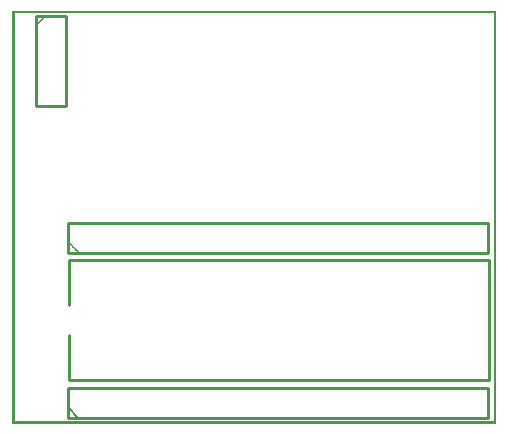
<source format=gto>
G04 MADE WITH FRITZING*
G04 WWW.FRITZING.ORG*
G04 DOUBLE SIDED*
G04 HOLES PLATED*
G04 CONTOUR ON CENTER OF CONTOUR VECTOR*
%ASAXBY*%
%FSLAX23Y23*%
%MOIN*%
%OFA0B0*%
%SFA1.0B1.0*%
%ADD10C,0.010000*%
%ADD11C,0.005000*%
%ADD12R,0.001000X0.001000*%
%LNSILK1*%
G90*
G70*
G54D10*
X79Y1362D02*
X79Y1062D01*
D02*
X79Y1062D02*
X179Y1062D01*
D02*
X179Y1062D02*
X179Y1362D01*
D02*
X179Y1362D02*
X79Y1362D01*
D02*
X188Y147D02*
X1588Y147D01*
D02*
X1588Y147D02*
X1588Y547D01*
D02*
X1588Y547D02*
X188Y547D01*
D02*
X188Y147D02*
X188Y297D01*
D02*
X188Y397D02*
X188Y547D01*
D02*
X185Y572D02*
X1585Y572D01*
D02*
X1585Y572D02*
X1585Y672D01*
D02*
X1585Y672D02*
X185Y672D01*
D02*
X185Y672D02*
X185Y572D01*
D02*
X185Y22D02*
X1585Y22D01*
D02*
X1585Y22D02*
X1585Y122D01*
D02*
X1585Y122D02*
X185Y122D01*
D02*
X185Y122D02*
X185Y22D01*
G54D11*
D02*
X220Y22D02*
X185Y57D01*
G54D12*
X0Y1378D02*
X1613Y1378D01*
X0Y1377D02*
X1613Y1377D01*
X0Y1376D02*
X1613Y1376D01*
X0Y1375D02*
X1613Y1375D01*
X0Y1374D02*
X1613Y1374D01*
X0Y1373D02*
X1613Y1373D01*
X0Y1372D02*
X1613Y1372D01*
X0Y1371D02*
X1613Y1371D01*
X0Y1370D02*
X7Y1370D01*
X1606Y1370D02*
X1613Y1370D01*
X0Y1369D02*
X7Y1369D01*
X1606Y1369D02*
X1613Y1369D01*
X0Y1368D02*
X7Y1368D01*
X1606Y1368D02*
X1613Y1368D01*
X0Y1367D02*
X7Y1367D01*
X1606Y1367D02*
X1613Y1367D01*
X0Y1366D02*
X7Y1366D01*
X1606Y1366D02*
X1613Y1366D01*
X0Y1365D02*
X7Y1365D01*
X1606Y1365D02*
X1613Y1365D01*
X0Y1364D02*
X7Y1364D01*
X112Y1364D02*
X112Y1364D01*
X1606Y1364D02*
X1613Y1364D01*
X0Y1363D02*
X7Y1363D01*
X111Y1363D02*
X113Y1363D01*
X1606Y1363D02*
X1613Y1363D01*
X0Y1362D02*
X7Y1362D01*
X110Y1362D02*
X114Y1362D01*
X1606Y1362D02*
X1613Y1362D01*
X0Y1361D02*
X7Y1361D01*
X109Y1361D02*
X114Y1361D01*
X1606Y1361D02*
X1613Y1361D01*
X0Y1360D02*
X7Y1360D01*
X108Y1360D02*
X114Y1360D01*
X1606Y1360D02*
X1613Y1360D01*
X0Y1359D02*
X7Y1359D01*
X107Y1359D02*
X113Y1359D01*
X1606Y1359D02*
X1613Y1359D01*
X0Y1358D02*
X7Y1358D01*
X106Y1358D02*
X112Y1358D01*
X1606Y1358D02*
X1613Y1358D01*
X0Y1357D02*
X7Y1357D01*
X105Y1357D02*
X111Y1357D01*
X1606Y1357D02*
X1613Y1357D01*
X0Y1356D02*
X7Y1356D01*
X104Y1356D02*
X110Y1356D01*
X1606Y1356D02*
X1613Y1356D01*
X0Y1355D02*
X7Y1355D01*
X103Y1355D02*
X109Y1355D01*
X1606Y1355D02*
X1613Y1355D01*
X0Y1354D02*
X7Y1354D01*
X102Y1354D02*
X108Y1354D01*
X1606Y1354D02*
X1613Y1354D01*
X0Y1353D02*
X7Y1353D01*
X101Y1353D02*
X107Y1353D01*
X1606Y1353D02*
X1613Y1353D01*
X0Y1352D02*
X7Y1352D01*
X100Y1352D02*
X106Y1352D01*
X1606Y1352D02*
X1613Y1352D01*
X0Y1351D02*
X7Y1351D01*
X99Y1351D02*
X105Y1351D01*
X1606Y1351D02*
X1613Y1351D01*
X0Y1350D02*
X7Y1350D01*
X98Y1350D02*
X104Y1350D01*
X1606Y1350D02*
X1613Y1350D01*
X0Y1349D02*
X7Y1349D01*
X97Y1349D02*
X103Y1349D01*
X1606Y1349D02*
X1613Y1349D01*
X0Y1348D02*
X7Y1348D01*
X96Y1348D02*
X102Y1348D01*
X1606Y1348D02*
X1613Y1348D01*
X0Y1347D02*
X7Y1347D01*
X95Y1347D02*
X100Y1347D01*
X1606Y1347D02*
X1613Y1347D01*
X0Y1346D02*
X7Y1346D01*
X94Y1346D02*
X99Y1346D01*
X1606Y1346D02*
X1613Y1346D01*
X0Y1345D02*
X7Y1345D01*
X93Y1345D02*
X98Y1345D01*
X1606Y1345D02*
X1613Y1345D01*
X0Y1344D02*
X7Y1344D01*
X92Y1344D02*
X97Y1344D01*
X1606Y1344D02*
X1613Y1344D01*
X0Y1343D02*
X7Y1343D01*
X91Y1343D02*
X96Y1343D01*
X1606Y1343D02*
X1613Y1343D01*
X0Y1342D02*
X7Y1342D01*
X90Y1342D02*
X95Y1342D01*
X1606Y1342D02*
X1613Y1342D01*
X0Y1341D02*
X7Y1341D01*
X89Y1341D02*
X94Y1341D01*
X1606Y1341D02*
X1613Y1341D01*
X0Y1340D02*
X7Y1340D01*
X88Y1340D02*
X94Y1340D01*
X1606Y1340D02*
X1613Y1340D01*
X0Y1339D02*
X7Y1339D01*
X87Y1339D02*
X93Y1339D01*
X1606Y1339D02*
X1613Y1339D01*
X0Y1338D02*
X7Y1338D01*
X86Y1338D02*
X92Y1338D01*
X1606Y1338D02*
X1613Y1338D01*
X0Y1337D02*
X7Y1337D01*
X85Y1337D02*
X91Y1337D01*
X1606Y1337D02*
X1613Y1337D01*
X0Y1336D02*
X7Y1336D01*
X84Y1336D02*
X90Y1336D01*
X1606Y1336D02*
X1613Y1336D01*
X0Y1335D02*
X7Y1335D01*
X83Y1335D02*
X89Y1335D01*
X1606Y1335D02*
X1613Y1335D01*
X0Y1334D02*
X7Y1334D01*
X82Y1334D02*
X88Y1334D01*
X1606Y1334D02*
X1613Y1334D01*
X0Y1333D02*
X7Y1333D01*
X81Y1333D02*
X87Y1333D01*
X1606Y1333D02*
X1613Y1333D01*
X0Y1332D02*
X7Y1332D01*
X80Y1332D02*
X86Y1332D01*
X1606Y1332D02*
X1613Y1332D01*
X0Y1331D02*
X7Y1331D01*
X79Y1331D02*
X85Y1331D01*
X1606Y1331D02*
X1613Y1331D01*
X0Y1330D02*
X7Y1330D01*
X78Y1330D02*
X84Y1330D01*
X1606Y1330D02*
X1613Y1330D01*
X0Y1329D02*
X7Y1329D01*
X78Y1329D02*
X83Y1329D01*
X1606Y1329D02*
X1613Y1329D01*
X0Y1328D02*
X7Y1328D01*
X79Y1328D02*
X82Y1328D01*
X1606Y1328D02*
X1613Y1328D01*
X0Y1327D02*
X7Y1327D01*
X80Y1327D02*
X81Y1327D01*
X1606Y1327D02*
X1613Y1327D01*
X0Y1326D02*
X7Y1326D01*
X1606Y1326D02*
X1613Y1326D01*
X0Y1325D02*
X7Y1325D01*
X1606Y1325D02*
X1613Y1325D01*
X0Y1324D02*
X7Y1324D01*
X1606Y1324D02*
X1613Y1324D01*
X0Y1323D02*
X7Y1323D01*
X1606Y1323D02*
X1613Y1323D01*
X0Y1322D02*
X7Y1322D01*
X1606Y1322D02*
X1613Y1322D01*
X0Y1321D02*
X7Y1321D01*
X1606Y1321D02*
X1613Y1321D01*
X0Y1320D02*
X7Y1320D01*
X1606Y1320D02*
X1613Y1320D01*
X0Y1319D02*
X7Y1319D01*
X1606Y1319D02*
X1613Y1319D01*
X0Y1318D02*
X7Y1318D01*
X1606Y1318D02*
X1613Y1318D01*
X0Y1317D02*
X7Y1317D01*
X1606Y1317D02*
X1613Y1317D01*
X0Y1316D02*
X7Y1316D01*
X1606Y1316D02*
X1613Y1316D01*
X0Y1315D02*
X7Y1315D01*
X1606Y1315D02*
X1613Y1315D01*
X0Y1314D02*
X7Y1314D01*
X1606Y1314D02*
X1613Y1314D01*
X0Y1313D02*
X7Y1313D01*
X1606Y1313D02*
X1613Y1313D01*
X0Y1312D02*
X7Y1312D01*
X1606Y1312D02*
X1613Y1312D01*
X0Y1311D02*
X7Y1311D01*
X1606Y1311D02*
X1613Y1311D01*
X0Y1310D02*
X7Y1310D01*
X1606Y1310D02*
X1613Y1310D01*
X0Y1309D02*
X7Y1309D01*
X1606Y1309D02*
X1613Y1309D01*
X0Y1308D02*
X7Y1308D01*
X1606Y1308D02*
X1613Y1308D01*
X0Y1307D02*
X7Y1307D01*
X1606Y1307D02*
X1613Y1307D01*
X0Y1306D02*
X7Y1306D01*
X1606Y1306D02*
X1613Y1306D01*
X0Y1305D02*
X7Y1305D01*
X1606Y1305D02*
X1613Y1305D01*
X0Y1304D02*
X7Y1304D01*
X1606Y1304D02*
X1613Y1304D01*
X0Y1303D02*
X7Y1303D01*
X1606Y1303D02*
X1613Y1303D01*
X0Y1302D02*
X7Y1302D01*
X1606Y1302D02*
X1613Y1302D01*
X0Y1301D02*
X7Y1301D01*
X1606Y1301D02*
X1613Y1301D01*
X0Y1300D02*
X7Y1300D01*
X1606Y1300D02*
X1613Y1300D01*
X0Y1299D02*
X7Y1299D01*
X1606Y1299D02*
X1613Y1299D01*
X0Y1298D02*
X7Y1298D01*
X1606Y1298D02*
X1613Y1298D01*
X0Y1297D02*
X7Y1297D01*
X1606Y1297D02*
X1613Y1297D01*
X0Y1296D02*
X7Y1296D01*
X1606Y1296D02*
X1613Y1296D01*
X0Y1295D02*
X7Y1295D01*
X1606Y1295D02*
X1613Y1295D01*
X0Y1294D02*
X7Y1294D01*
X1606Y1294D02*
X1613Y1294D01*
X0Y1293D02*
X7Y1293D01*
X1606Y1293D02*
X1613Y1293D01*
X0Y1292D02*
X7Y1292D01*
X1606Y1292D02*
X1613Y1292D01*
X0Y1291D02*
X7Y1291D01*
X1606Y1291D02*
X1613Y1291D01*
X0Y1290D02*
X7Y1290D01*
X1606Y1290D02*
X1613Y1290D01*
X0Y1289D02*
X7Y1289D01*
X1606Y1289D02*
X1613Y1289D01*
X0Y1288D02*
X7Y1288D01*
X1606Y1288D02*
X1613Y1288D01*
X0Y1287D02*
X7Y1287D01*
X1606Y1287D02*
X1613Y1287D01*
X0Y1286D02*
X7Y1286D01*
X1606Y1286D02*
X1613Y1286D01*
X0Y1285D02*
X7Y1285D01*
X1606Y1285D02*
X1613Y1285D01*
X0Y1284D02*
X7Y1284D01*
X1606Y1284D02*
X1613Y1284D01*
X0Y1283D02*
X7Y1283D01*
X1606Y1283D02*
X1613Y1283D01*
X0Y1282D02*
X7Y1282D01*
X1606Y1282D02*
X1613Y1282D01*
X0Y1281D02*
X7Y1281D01*
X1606Y1281D02*
X1613Y1281D01*
X0Y1280D02*
X7Y1280D01*
X1606Y1280D02*
X1613Y1280D01*
X0Y1279D02*
X7Y1279D01*
X1606Y1279D02*
X1613Y1279D01*
X0Y1278D02*
X7Y1278D01*
X1606Y1278D02*
X1613Y1278D01*
X0Y1277D02*
X7Y1277D01*
X1606Y1277D02*
X1613Y1277D01*
X0Y1276D02*
X7Y1276D01*
X1606Y1276D02*
X1613Y1276D01*
X0Y1275D02*
X7Y1275D01*
X1606Y1275D02*
X1613Y1275D01*
X0Y1274D02*
X7Y1274D01*
X1606Y1274D02*
X1613Y1274D01*
X0Y1273D02*
X7Y1273D01*
X1606Y1273D02*
X1613Y1273D01*
X0Y1272D02*
X7Y1272D01*
X1606Y1272D02*
X1613Y1272D01*
X0Y1271D02*
X7Y1271D01*
X1606Y1271D02*
X1613Y1271D01*
X0Y1270D02*
X7Y1270D01*
X1606Y1270D02*
X1613Y1270D01*
X0Y1269D02*
X7Y1269D01*
X1606Y1269D02*
X1613Y1269D01*
X0Y1268D02*
X7Y1268D01*
X1606Y1268D02*
X1613Y1268D01*
X0Y1267D02*
X7Y1267D01*
X1606Y1267D02*
X1613Y1267D01*
X0Y1266D02*
X7Y1266D01*
X1606Y1266D02*
X1613Y1266D01*
X0Y1265D02*
X7Y1265D01*
X1606Y1265D02*
X1613Y1265D01*
X0Y1264D02*
X7Y1264D01*
X1606Y1264D02*
X1613Y1264D01*
X0Y1263D02*
X7Y1263D01*
X1606Y1263D02*
X1613Y1263D01*
X0Y1262D02*
X7Y1262D01*
X1606Y1262D02*
X1613Y1262D01*
X0Y1261D02*
X7Y1261D01*
X1606Y1261D02*
X1613Y1261D01*
X0Y1260D02*
X7Y1260D01*
X1606Y1260D02*
X1613Y1260D01*
X0Y1259D02*
X7Y1259D01*
X1606Y1259D02*
X1613Y1259D01*
X0Y1258D02*
X7Y1258D01*
X1606Y1258D02*
X1613Y1258D01*
X0Y1257D02*
X7Y1257D01*
X1606Y1257D02*
X1613Y1257D01*
X0Y1256D02*
X7Y1256D01*
X1606Y1256D02*
X1613Y1256D01*
X0Y1255D02*
X7Y1255D01*
X1606Y1255D02*
X1613Y1255D01*
X0Y1254D02*
X7Y1254D01*
X1606Y1254D02*
X1613Y1254D01*
X0Y1253D02*
X7Y1253D01*
X1606Y1253D02*
X1613Y1253D01*
X0Y1252D02*
X7Y1252D01*
X1606Y1252D02*
X1613Y1252D01*
X0Y1251D02*
X7Y1251D01*
X1606Y1251D02*
X1613Y1251D01*
X0Y1250D02*
X7Y1250D01*
X1606Y1250D02*
X1613Y1250D01*
X0Y1249D02*
X7Y1249D01*
X1606Y1249D02*
X1613Y1249D01*
X0Y1248D02*
X7Y1248D01*
X1606Y1248D02*
X1613Y1248D01*
X0Y1247D02*
X7Y1247D01*
X1606Y1247D02*
X1613Y1247D01*
X0Y1246D02*
X7Y1246D01*
X1606Y1246D02*
X1613Y1246D01*
X0Y1245D02*
X7Y1245D01*
X1606Y1245D02*
X1613Y1245D01*
X0Y1244D02*
X7Y1244D01*
X1606Y1244D02*
X1613Y1244D01*
X0Y1243D02*
X7Y1243D01*
X1606Y1243D02*
X1613Y1243D01*
X0Y1242D02*
X7Y1242D01*
X1606Y1242D02*
X1613Y1242D01*
X0Y1241D02*
X7Y1241D01*
X1606Y1241D02*
X1613Y1241D01*
X0Y1240D02*
X7Y1240D01*
X1606Y1240D02*
X1613Y1240D01*
X0Y1239D02*
X7Y1239D01*
X1606Y1239D02*
X1613Y1239D01*
X0Y1238D02*
X7Y1238D01*
X1606Y1238D02*
X1613Y1238D01*
X0Y1237D02*
X7Y1237D01*
X1606Y1237D02*
X1613Y1237D01*
X0Y1236D02*
X7Y1236D01*
X1606Y1236D02*
X1613Y1236D01*
X0Y1235D02*
X7Y1235D01*
X1606Y1235D02*
X1613Y1235D01*
X0Y1234D02*
X7Y1234D01*
X1606Y1234D02*
X1613Y1234D01*
X0Y1233D02*
X7Y1233D01*
X1606Y1233D02*
X1613Y1233D01*
X0Y1232D02*
X7Y1232D01*
X1606Y1232D02*
X1613Y1232D01*
X0Y1231D02*
X7Y1231D01*
X1606Y1231D02*
X1613Y1231D01*
X0Y1230D02*
X7Y1230D01*
X1606Y1230D02*
X1613Y1230D01*
X0Y1229D02*
X7Y1229D01*
X1606Y1229D02*
X1613Y1229D01*
X0Y1228D02*
X7Y1228D01*
X1606Y1228D02*
X1613Y1228D01*
X0Y1227D02*
X7Y1227D01*
X1606Y1227D02*
X1613Y1227D01*
X0Y1226D02*
X7Y1226D01*
X1606Y1226D02*
X1613Y1226D01*
X0Y1225D02*
X7Y1225D01*
X1606Y1225D02*
X1613Y1225D01*
X0Y1224D02*
X7Y1224D01*
X1606Y1224D02*
X1613Y1224D01*
X0Y1223D02*
X7Y1223D01*
X1606Y1223D02*
X1613Y1223D01*
X0Y1222D02*
X7Y1222D01*
X1606Y1222D02*
X1613Y1222D01*
X0Y1221D02*
X7Y1221D01*
X1606Y1221D02*
X1613Y1221D01*
X0Y1220D02*
X7Y1220D01*
X1606Y1220D02*
X1613Y1220D01*
X0Y1219D02*
X7Y1219D01*
X1606Y1219D02*
X1613Y1219D01*
X0Y1218D02*
X7Y1218D01*
X1606Y1218D02*
X1613Y1218D01*
X0Y1217D02*
X7Y1217D01*
X1606Y1217D02*
X1613Y1217D01*
X0Y1216D02*
X7Y1216D01*
X1606Y1216D02*
X1613Y1216D01*
X0Y1215D02*
X7Y1215D01*
X1606Y1215D02*
X1613Y1215D01*
X0Y1214D02*
X7Y1214D01*
X1606Y1214D02*
X1613Y1214D01*
X0Y1213D02*
X7Y1213D01*
X1606Y1213D02*
X1613Y1213D01*
X0Y1212D02*
X7Y1212D01*
X1606Y1212D02*
X1613Y1212D01*
X0Y1211D02*
X7Y1211D01*
X1606Y1211D02*
X1613Y1211D01*
X0Y1210D02*
X7Y1210D01*
X1606Y1210D02*
X1613Y1210D01*
X0Y1209D02*
X7Y1209D01*
X1606Y1209D02*
X1613Y1209D01*
X0Y1208D02*
X7Y1208D01*
X1606Y1208D02*
X1613Y1208D01*
X0Y1207D02*
X7Y1207D01*
X1606Y1207D02*
X1613Y1207D01*
X0Y1206D02*
X7Y1206D01*
X1606Y1206D02*
X1613Y1206D01*
X0Y1205D02*
X7Y1205D01*
X1606Y1205D02*
X1613Y1205D01*
X0Y1204D02*
X7Y1204D01*
X1606Y1204D02*
X1613Y1204D01*
X0Y1203D02*
X7Y1203D01*
X1606Y1203D02*
X1613Y1203D01*
X0Y1202D02*
X7Y1202D01*
X1606Y1202D02*
X1613Y1202D01*
X0Y1201D02*
X7Y1201D01*
X1606Y1201D02*
X1613Y1201D01*
X0Y1200D02*
X7Y1200D01*
X1606Y1200D02*
X1613Y1200D01*
X0Y1199D02*
X7Y1199D01*
X1606Y1199D02*
X1613Y1199D01*
X0Y1198D02*
X7Y1198D01*
X1606Y1198D02*
X1613Y1198D01*
X0Y1197D02*
X7Y1197D01*
X1606Y1197D02*
X1613Y1197D01*
X0Y1196D02*
X7Y1196D01*
X1606Y1196D02*
X1613Y1196D01*
X0Y1195D02*
X7Y1195D01*
X1606Y1195D02*
X1613Y1195D01*
X0Y1194D02*
X7Y1194D01*
X1606Y1194D02*
X1613Y1194D01*
X0Y1193D02*
X7Y1193D01*
X1606Y1193D02*
X1613Y1193D01*
X0Y1192D02*
X7Y1192D01*
X1606Y1192D02*
X1613Y1192D01*
X0Y1191D02*
X7Y1191D01*
X1606Y1191D02*
X1613Y1191D01*
X0Y1190D02*
X7Y1190D01*
X1606Y1190D02*
X1613Y1190D01*
X0Y1189D02*
X7Y1189D01*
X1606Y1189D02*
X1613Y1189D01*
X0Y1188D02*
X7Y1188D01*
X1606Y1188D02*
X1613Y1188D01*
X0Y1187D02*
X7Y1187D01*
X1606Y1187D02*
X1613Y1187D01*
X0Y1186D02*
X7Y1186D01*
X1606Y1186D02*
X1613Y1186D01*
X0Y1185D02*
X7Y1185D01*
X1606Y1185D02*
X1613Y1185D01*
X0Y1184D02*
X7Y1184D01*
X1606Y1184D02*
X1613Y1184D01*
X0Y1183D02*
X7Y1183D01*
X1606Y1183D02*
X1613Y1183D01*
X0Y1182D02*
X7Y1182D01*
X1606Y1182D02*
X1613Y1182D01*
X0Y1181D02*
X7Y1181D01*
X1606Y1181D02*
X1613Y1181D01*
X0Y1180D02*
X7Y1180D01*
X1606Y1180D02*
X1613Y1180D01*
X0Y1179D02*
X7Y1179D01*
X1606Y1179D02*
X1613Y1179D01*
X0Y1178D02*
X7Y1178D01*
X1606Y1178D02*
X1613Y1178D01*
X0Y1177D02*
X7Y1177D01*
X1606Y1177D02*
X1613Y1177D01*
X0Y1176D02*
X7Y1176D01*
X1606Y1176D02*
X1613Y1176D01*
X0Y1175D02*
X7Y1175D01*
X1606Y1175D02*
X1613Y1175D01*
X0Y1174D02*
X7Y1174D01*
X1606Y1174D02*
X1613Y1174D01*
X0Y1173D02*
X7Y1173D01*
X1606Y1173D02*
X1613Y1173D01*
X0Y1172D02*
X7Y1172D01*
X1606Y1172D02*
X1613Y1172D01*
X0Y1171D02*
X7Y1171D01*
X1606Y1171D02*
X1613Y1171D01*
X0Y1170D02*
X7Y1170D01*
X1606Y1170D02*
X1613Y1170D01*
X0Y1169D02*
X7Y1169D01*
X1606Y1169D02*
X1613Y1169D01*
X0Y1168D02*
X7Y1168D01*
X1606Y1168D02*
X1613Y1168D01*
X0Y1167D02*
X7Y1167D01*
X1606Y1167D02*
X1613Y1167D01*
X0Y1166D02*
X7Y1166D01*
X1606Y1166D02*
X1613Y1166D01*
X0Y1165D02*
X7Y1165D01*
X1606Y1165D02*
X1613Y1165D01*
X0Y1164D02*
X7Y1164D01*
X1606Y1164D02*
X1613Y1164D01*
X0Y1163D02*
X7Y1163D01*
X1606Y1163D02*
X1613Y1163D01*
X0Y1162D02*
X7Y1162D01*
X1606Y1162D02*
X1613Y1162D01*
X0Y1161D02*
X7Y1161D01*
X1606Y1161D02*
X1613Y1161D01*
X0Y1160D02*
X7Y1160D01*
X1606Y1160D02*
X1613Y1160D01*
X0Y1159D02*
X7Y1159D01*
X1606Y1159D02*
X1613Y1159D01*
X0Y1158D02*
X7Y1158D01*
X1606Y1158D02*
X1613Y1158D01*
X0Y1157D02*
X7Y1157D01*
X1606Y1157D02*
X1613Y1157D01*
X0Y1156D02*
X7Y1156D01*
X1606Y1156D02*
X1613Y1156D01*
X0Y1155D02*
X7Y1155D01*
X1606Y1155D02*
X1613Y1155D01*
X0Y1154D02*
X7Y1154D01*
X1606Y1154D02*
X1613Y1154D01*
X0Y1153D02*
X7Y1153D01*
X1606Y1153D02*
X1613Y1153D01*
X0Y1152D02*
X7Y1152D01*
X1606Y1152D02*
X1613Y1152D01*
X0Y1151D02*
X7Y1151D01*
X1606Y1151D02*
X1613Y1151D01*
X0Y1150D02*
X7Y1150D01*
X1606Y1150D02*
X1613Y1150D01*
X0Y1149D02*
X7Y1149D01*
X1606Y1149D02*
X1613Y1149D01*
X0Y1148D02*
X7Y1148D01*
X1606Y1148D02*
X1613Y1148D01*
X0Y1147D02*
X7Y1147D01*
X1606Y1147D02*
X1613Y1147D01*
X0Y1146D02*
X7Y1146D01*
X1606Y1146D02*
X1613Y1146D01*
X0Y1145D02*
X7Y1145D01*
X1606Y1145D02*
X1613Y1145D01*
X0Y1144D02*
X7Y1144D01*
X1606Y1144D02*
X1613Y1144D01*
X0Y1143D02*
X7Y1143D01*
X1606Y1143D02*
X1613Y1143D01*
X0Y1142D02*
X7Y1142D01*
X1606Y1142D02*
X1613Y1142D01*
X0Y1141D02*
X7Y1141D01*
X1606Y1141D02*
X1613Y1141D01*
X0Y1140D02*
X7Y1140D01*
X1606Y1140D02*
X1613Y1140D01*
X0Y1139D02*
X7Y1139D01*
X1606Y1139D02*
X1613Y1139D01*
X0Y1138D02*
X7Y1138D01*
X1606Y1138D02*
X1613Y1138D01*
X0Y1137D02*
X7Y1137D01*
X1606Y1137D02*
X1613Y1137D01*
X0Y1136D02*
X7Y1136D01*
X1606Y1136D02*
X1613Y1136D01*
X0Y1135D02*
X7Y1135D01*
X1606Y1135D02*
X1613Y1135D01*
X0Y1134D02*
X7Y1134D01*
X1606Y1134D02*
X1613Y1134D01*
X0Y1133D02*
X7Y1133D01*
X1606Y1133D02*
X1613Y1133D01*
X0Y1132D02*
X7Y1132D01*
X1606Y1132D02*
X1613Y1132D01*
X0Y1131D02*
X7Y1131D01*
X1606Y1131D02*
X1613Y1131D01*
X0Y1130D02*
X7Y1130D01*
X1606Y1130D02*
X1613Y1130D01*
X0Y1129D02*
X7Y1129D01*
X1606Y1129D02*
X1613Y1129D01*
X0Y1128D02*
X7Y1128D01*
X1606Y1128D02*
X1613Y1128D01*
X0Y1127D02*
X7Y1127D01*
X1606Y1127D02*
X1613Y1127D01*
X0Y1126D02*
X7Y1126D01*
X1606Y1126D02*
X1613Y1126D01*
X0Y1125D02*
X7Y1125D01*
X1606Y1125D02*
X1613Y1125D01*
X0Y1124D02*
X7Y1124D01*
X1606Y1124D02*
X1613Y1124D01*
X0Y1123D02*
X7Y1123D01*
X1606Y1123D02*
X1613Y1123D01*
X0Y1122D02*
X7Y1122D01*
X1606Y1122D02*
X1613Y1122D01*
X0Y1121D02*
X7Y1121D01*
X1606Y1121D02*
X1613Y1121D01*
X0Y1120D02*
X7Y1120D01*
X1606Y1120D02*
X1613Y1120D01*
X0Y1119D02*
X7Y1119D01*
X1606Y1119D02*
X1613Y1119D01*
X0Y1118D02*
X7Y1118D01*
X1606Y1118D02*
X1613Y1118D01*
X0Y1117D02*
X7Y1117D01*
X1606Y1117D02*
X1613Y1117D01*
X0Y1116D02*
X7Y1116D01*
X1606Y1116D02*
X1613Y1116D01*
X0Y1115D02*
X7Y1115D01*
X1606Y1115D02*
X1613Y1115D01*
X0Y1114D02*
X7Y1114D01*
X1606Y1114D02*
X1613Y1114D01*
X0Y1113D02*
X7Y1113D01*
X1606Y1113D02*
X1613Y1113D01*
X0Y1112D02*
X7Y1112D01*
X1606Y1112D02*
X1613Y1112D01*
X0Y1111D02*
X7Y1111D01*
X1606Y1111D02*
X1613Y1111D01*
X0Y1110D02*
X7Y1110D01*
X1606Y1110D02*
X1613Y1110D01*
X0Y1109D02*
X7Y1109D01*
X1606Y1109D02*
X1613Y1109D01*
X0Y1108D02*
X7Y1108D01*
X1606Y1108D02*
X1613Y1108D01*
X0Y1107D02*
X7Y1107D01*
X1606Y1107D02*
X1613Y1107D01*
X0Y1106D02*
X7Y1106D01*
X1606Y1106D02*
X1613Y1106D01*
X0Y1105D02*
X7Y1105D01*
X1606Y1105D02*
X1613Y1105D01*
X0Y1104D02*
X7Y1104D01*
X1606Y1104D02*
X1613Y1104D01*
X0Y1103D02*
X7Y1103D01*
X1606Y1103D02*
X1613Y1103D01*
X0Y1102D02*
X7Y1102D01*
X1606Y1102D02*
X1613Y1102D01*
X0Y1101D02*
X7Y1101D01*
X1606Y1101D02*
X1613Y1101D01*
X0Y1100D02*
X7Y1100D01*
X1606Y1100D02*
X1613Y1100D01*
X0Y1099D02*
X7Y1099D01*
X1606Y1099D02*
X1613Y1099D01*
X0Y1098D02*
X7Y1098D01*
X1606Y1098D02*
X1613Y1098D01*
X0Y1097D02*
X7Y1097D01*
X1606Y1097D02*
X1613Y1097D01*
X0Y1096D02*
X7Y1096D01*
X1606Y1096D02*
X1613Y1096D01*
X0Y1095D02*
X7Y1095D01*
X1606Y1095D02*
X1613Y1095D01*
X0Y1094D02*
X7Y1094D01*
X1606Y1094D02*
X1613Y1094D01*
X0Y1093D02*
X7Y1093D01*
X1606Y1093D02*
X1613Y1093D01*
X0Y1092D02*
X7Y1092D01*
X1606Y1092D02*
X1613Y1092D01*
X0Y1091D02*
X7Y1091D01*
X1606Y1091D02*
X1613Y1091D01*
X0Y1090D02*
X7Y1090D01*
X1606Y1090D02*
X1613Y1090D01*
X0Y1089D02*
X7Y1089D01*
X1606Y1089D02*
X1613Y1089D01*
X0Y1088D02*
X7Y1088D01*
X1606Y1088D02*
X1613Y1088D01*
X0Y1087D02*
X7Y1087D01*
X1606Y1087D02*
X1613Y1087D01*
X0Y1086D02*
X7Y1086D01*
X1606Y1086D02*
X1613Y1086D01*
X0Y1085D02*
X7Y1085D01*
X1606Y1085D02*
X1613Y1085D01*
X0Y1084D02*
X7Y1084D01*
X1606Y1084D02*
X1613Y1084D01*
X0Y1083D02*
X7Y1083D01*
X1606Y1083D02*
X1613Y1083D01*
X0Y1082D02*
X7Y1082D01*
X1606Y1082D02*
X1613Y1082D01*
X0Y1081D02*
X7Y1081D01*
X1606Y1081D02*
X1613Y1081D01*
X0Y1080D02*
X7Y1080D01*
X1606Y1080D02*
X1613Y1080D01*
X0Y1079D02*
X7Y1079D01*
X1606Y1079D02*
X1613Y1079D01*
X0Y1078D02*
X7Y1078D01*
X1606Y1078D02*
X1613Y1078D01*
X0Y1077D02*
X7Y1077D01*
X1606Y1077D02*
X1613Y1077D01*
X0Y1076D02*
X7Y1076D01*
X1606Y1076D02*
X1613Y1076D01*
X0Y1075D02*
X7Y1075D01*
X1606Y1075D02*
X1613Y1075D01*
X0Y1074D02*
X7Y1074D01*
X1606Y1074D02*
X1613Y1074D01*
X0Y1073D02*
X7Y1073D01*
X1606Y1073D02*
X1613Y1073D01*
X0Y1072D02*
X7Y1072D01*
X1606Y1072D02*
X1613Y1072D01*
X0Y1071D02*
X7Y1071D01*
X1606Y1071D02*
X1613Y1071D01*
X0Y1070D02*
X7Y1070D01*
X1606Y1070D02*
X1613Y1070D01*
X0Y1069D02*
X7Y1069D01*
X1606Y1069D02*
X1613Y1069D01*
X0Y1068D02*
X7Y1068D01*
X1606Y1068D02*
X1613Y1068D01*
X0Y1067D02*
X7Y1067D01*
X1606Y1067D02*
X1613Y1067D01*
X0Y1066D02*
X7Y1066D01*
X1606Y1066D02*
X1613Y1066D01*
X0Y1065D02*
X7Y1065D01*
X1606Y1065D02*
X1613Y1065D01*
X0Y1064D02*
X7Y1064D01*
X1606Y1064D02*
X1613Y1064D01*
X0Y1063D02*
X7Y1063D01*
X1606Y1063D02*
X1613Y1063D01*
X0Y1062D02*
X7Y1062D01*
X1606Y1062D02*
X1613Y1062D01*
X0Y1061D02*
X7Y1061D01*
X1606Y1061D02*
X1613Y1061D01*
X0Y1060D02*
X7Y1060D01*
X1606Y1060D02*
X1613Y1060D01*
X0Y1059D02*
X7Y1059D01*
X1606Y1059D02*
X1613Y1059D01*
X0Y1058D02*
X7Y1058D01*
X1606Y1058D02*
X1613Y1058D01*
X0Y1057D02*
X7Y1057D01*
X1606Y1057D02*
X1613Y1057D01*
X0Y1056D02*
X7Y1056D01*
X1606Y1056D02*
X1613Y1056D01*
X0Y1055D02*
X7Y1055D01*
X1606Y1055D02*
X1613Y1055D01*
X0Y1054D02*
X7Y1054D01*
X1606Y1054D02*
X1613Y1054D01*
X0Y1053D02*
X7Y1053D01*
X1606Y1053D02*
X1613Y1053D01*
X0Y1052D02*
X7Y1052D01*
X1606Y1052D02*
X1613Y1052D01*
X0Y1051D02*
X7Y1051D01*
X1606Y1051D02*
X1613Y1051D01*
X0Y1050D02*
X7Y1050D01*
X1606Y1050D02*
X1613Y1050D01*
X0Y1049D02*
X7Y1049D01*
X1606Y1049D02*
X1613Y1049D01*
X0Y1048D02*
X7Y1048D01*
X1606Y1048D02*
X1613Y1048D01*
X0Y1047D02*
X7Y1047D01*
X1606Y1047D02*
X1613Y1047D01*
X0Y1046D02*
X7Y1046D01*
X1606Y1046D02*
X1613Y1046D01*
X0Y1045D02*
X7Y1045D01*
X1606Y1045D02*
X1613Y1045D01*
X0Y1044D02*
X7Y1044D01*
X1606Y1044D02*
X1613Y1044D01*
X0Y1043D02*
X7Y1043D01*
X1606Y1043D02*
X1613Y1043D01*
X0Y1042D02*
X7Y1042D01*
X1606Y1042D02*
X1613Y1042D01*
X0Y1041D02*
X7Y1041D01*
X1606Y1041D02*
X1613Y1041D01*
X0Y1040D02*
X7Y1040D01*
X1606Y1040D02*
X1613Y1040D01*
X0Y1039D02*
X7Y1039D01*
X1606Y1039D02*
X1613Y1039D01*
X0Y1038D02*
X7Y1038D01*
X1606Y1038D02*
X1613Y1038D01*
X0Y1037D02*
X7Y1037D01*
X1606Y1037D02*
X1613Y1037D01*
X0Y1036D02*
X7Y1036D01*
X1606Y1036D02*
X1613Y1036D01*
X0Y1035D02*
X7Y1035D01*
X1606Y1035D02*
X1613Y1035D01*
X0Y1034D02*
X7Y1034D01*
X1606Y1034D02*
X1613Y1034D01*
X0Y1033D02*
X7Y1033D01*
X1606Y1033D02*
X1613Y1033D01*
X0Y1032D02*
X7Y1032D01*
X1606Y1032D02*
X1613Y1032D01*
X0Y1031D02*
X7Y1031D01*
X1606Y1031D02*
X1613Y1031D01*
X0Y1030D02*
X7Y1030D01*
X1606Y1030D02*
X1613Y1030D01*
X0Y1029D02*
X7Y1029D01*
X1606Y1029D02*
X1613Y1029D01*
X0Y1028D02*
X7Y1028D01*
X1606Y1028D02*
X1613Y1028D01*
X0Y1027D02*
X7Y1027D01*
X1606Y1027D02*
X1613Y1027D01*
X0Y1026D02*
X7Y1026D01*
X1606Y1026D02*
X1613Y1026D01*
X0Y1025D02*
X7Y1025D01*
X1606Y1025D02*
X1613Y1025D01*
X0Y1024D02*
X7Y1024D01*
X1606Y1024D02*
X1613Y1024D01*
X0Y1023D02*
X7Y1023D01*
X1606Y1023D02*
X1613Y1023D01*
X0Y1022D02*
X7Y1022D01*
X1606Y1022D02*
X1613Y1022D01*
X0Y1021D02*
X7Y1021D01*
X1606Y1021D02*
X1613Y1021D01*
X0Y1020D02*
X7Y1020D01*
X1606Y1020D02*
X1613Y1020D01*
X0Y1019D02*
X7Y1019D01*
X1606Y1019D02*
X1613Y1019D01*
X0Y1018D02*
X7Y1018D01*
X1606Y1018D02*
X1613Y1018D01*
X0Y1017D02*
X7Y1017D01*
X1606Y1017D02*
X1613Y1017D01*
X0Y1016D02*
X7Y1016D01*
X1606Y1016D02*
X1613Y1016D01*
X0Y1015D02*
X7Y1015D01*
X1606Y1015D02*
X1613Y1015D01*
X0Y1014D02*
X7Y1014D01*
X1606Y1014D02*
X1613Y1014D01*
X0Y1013D02*
X7Y1013D01*
X1606Y1013D02*
X1613Y1013D01*
X0Y1012D02*
X7Y1012D01*
X1606Y1012D02*
X1613Y1012D01*
X0Y1011D02*
X7Y1011D01*
X1606Y1011D02*
X1613Y1011D01*
X0Y1010D02*
X7Y1010D01*
X1606Y1010D02*
X1613Y1010D01*
X0Y1009D02*
X7Y1009D01*
X1606Y1009D02*
X1613Y1009D01*
X0Y1008D02*
X7Y1008D01*
X1606Y1008D02*
X1613Y1008D01*
X0Y1007D02*
X7Y1007D01*
X1606Y1007D02*
X1613Y1007D01*
X0Y1006D02*
X7Y1006D01*
X1606Y1006D02*
X1613Y1006D01*
X0Y1005D02*
X7Y1005D01*
X1606Y1005D02*
X1613Y1005D01*
X0Y1004D02*
X7Y1004D01*
X1606Y1004D02*
X1613Y1004D01*
X0Y1003D02*
X7Y1003D01*
X1606Y1003D02*
X1613Y1003D01*
X0Y1002D02*
X7Y1002D01*
X1606Y1002D02*
X1613Y1002D01*
X0Y1001D02*
X7Y1001D01*
X1606Y1001D02*
X1613Y1001D01*
X0Y1000D02*
X7Y1000D01*
X1606Y1000D02*
X1613Y1000D01*
X0Y999D02*
X7Y999D01*
X1606Y999D02*
X1613Y999D01*
X0Y998D02*
X7Y998D01*
X1606Y998D02*
X1613Y998D01*
X0Y997D02*
X7Y997D01*
X1606Y997D02*
X1613Y997D01*
X0Y996D02*
X7Y996D01*
X1606Y996D02*
X1613Y996D01*
X0Y995D02*
X7Y995D01*
X1606Y995D02*
X1613Y995D01*
X0Y994D02*
X7Y994D01*
X1606Y994D02*
X1613Y994D01*
X0Y993D02*
X7Y993D01*
X1606Y993D02*
X1613Y993D01*
X0Y992D02*
X7Y992D01*
X1606Y992D02*
X1613Y992D01*
X0Y991D02*
X7Y991D01*
X1606Y991D02*
X1613Y991D01*
X0Y990D02*
X7Y990D01*
X1606Y990D02*
X1613Y990D01*
X0Y989D02*
X7Y989D01*
X1606Y989D02*
X1613Y989D01*
X0Y988D02*
X7Y988D01*
X1606Y988D02*
X1613Y988D01*
X0Y987D02*
X7Y987D01*
X1606Y987D02*
X1613Y987D01*
X0Y986D02*
X7Y986D01*
X1606Y986D02*
X1613Y986D01*
X0Y985D02*
X7Y985D01*
X1606Y985D02*
X1613Y985D01*
X0Y984D02*
X7Y984D01*
X1606Y984D02*
X1613Y984D01*
X0Y983D02*
X7Y983D01*
X1606Y983D02*
X1613Y983D01*
X0Y982D02*
X7Y982D01*
X1606Y982D02*
X1613Y982D01*
X0Y981D02*
X7Y981D01*
X1606Y981D02*
X1613Y981D01*
X0Y980D02*
X7Y980D01*
X1606Y980D02*
X1613Y980D01*
X0Y979D02*
X7Y979D01*
X1606Y979D02*
X1613Y979D01*
X0Y978D02*
X7Y978D01*
X1606Y978D02*
X1613Y978D01*
X0Y977D02*
X7Y977D01*
X1606Y977D02*
X1613Y977D01*
X0Y976D02*
X7Y976D01*
X1606Y976D02*
X1613Y976D01*
X0Y975D02*
X7Y975D01*
X1606Y975D02*
X1613Y975D01*
X0Y974D02*
X7Y974D01*
X1606Y974D02*
X1613Y974D01*
X0Y973D02*
X7Y973D01*
X1606Y973D02*
X1613Y973D01*
X0Y972D02*
X7Y972D01*
X1606Y972D02*
X1613Y972D01*
X0Y971D02*
X7Y971D01*
X1606Y971D02*
X1613Y971D01*
X0Y970D02*
X7Y970D01*
X1606Y970D02*
X1613Y970D01*
X0Y969D02*
X7Y969D01*
X1606Y969D02*
X1613Y969D01*
X0Y968D02*
X7Y968D01*
X1606Y968D02*
X1613Y968D01*
X0Y967D02*
X7Y967D01*
X1606Y967D02*
X1613Y967D01*
X0Y966D02*
X7Y966D01*
X1606Y966D02*
X1613Y966D01*
X0Y965D02*
X7Y965D01*
X1606Y965D02*
X1613Y965D01*
X0Y964D02*
X7Y964D01*
X1606Y964D02*
X1613Y964D01*
X0Y963D02*
X7Y963D01*
X1606Y963D02*
X1613Y963D01*
X0Y962D02*
X7Y962D01*
X1606Y962D02*
X1613Y962D01*
X0Y961D02*
X7Y961D01*
X1606Y961D02*
X1613Y961D01*
X0Y960D02*
X7Y960D01*
X1606Y960D02*
X1613Y960D01*
X0Y959D02*
X7Y959D01*
X1606Y959D02*
X1613Y959D01*
X0Y958D02*
X7Y958D01*
X1606Y958D02*
X1613Y958D01*
X0Y957D02*
X7Y957D01*
X1606Y957D02*
X1613Y957D01*
X0Y956D02*
X7Y956D01*
X1606Y956D02*
X1613Y956D01*
X0Y955D02*
X7Y955D01*
X1606Y955D02*
X1613Y955D01*
X0Y954D02*
X7Y954D01*
X1606Y954D02*
X1613Y954D01*
X0Y953D02*
X7Y953D01*
X1606Y953D02*
X1613Y953D01*
X0Y952D02*
X7Y952D01*
X1606Y952D02*
X1613Y952D01*
X0Y951D02*
X7Y951D01*
X1606Y951D02*
X1613Y951D01*
X0Y950D02*
X7Y950D01*
X1606Y950D02*
X1613Y950D01*
X0Y949D02*
X7Y949D01*
X1606Y949D02*
X1613Y949D01*
X0Y948D02*
X7Y948D01*
X1606Y948D02*
X1613Y948D01*
X0Y947D02*
X7Y947D01*
X1606Y947D02*
X1613Y947D01*
X0Y946D02*
X7Y946D01*
X1606Y946D02*
X1613Y946D01*
X0Y945D02*
X7Y945D01*
X1606Y945D02*
X1613Y945D01*
X0Y944D02*
X7Y944D01*
X1606Y944D02*
X1613Y944D01*
X0Y943D02*
X7Y943D01*
X1606Y943D02*
X1613Y943D01*
X0Y942D02*
X7Y942D01*
X1606Y942D02*
X1613Y942D01*
X0Y941D02*
X7Y941D01*
X1606Y941D02*
X1613Y941D01*
X0Y940D02*
X7Y940D01*
X1606Y940D02*
X1613Y940D01*
X0Y939D02*
X7Y939D01*
X1606Y939D02*
X1613Y939D01*
X0Y938D02*
X7Y938D01*
X1606Y938D02*
X1613Y938D01*
X0Y937D02*
X7Y937D01*
X1606Y937D02*
X1613Y937D01*
X0Y936D02*
X7Y936D01*
X1606Y936D02*
X1613Y936D01*
X0Y935D02*
X7Y935D01*
X1606Y935D02*
X1613Y935D01*
X0Y934D02*
X7Y934D01*
X1606Y934D02*
X1613Y934D01*
X0Y933D02*
X7Y933D01*
X1606Y933D02*
X1613Y933D01*
X0Y932D02*
X7Y932D01*
X1606Y932D02*
X1613Y932D01*
X0Y931D02*
X7Y931D01*
X1606Y931D02*
X1613Y931D01*
X0Y930D02*
X7Y930D01*
X1606Y930D02*
X1613Y930D01*
X0Y929D02*
X7Y929D01*
X1606Y929D02*
X1613Y929D01*
X0Y928D02*
X7Y928D01*
X1606Y928D02*
X1613Y928D01*
X0Y927D02*
X7Y927D01*
X1606Y927D02*
X1613Y927D01*
X0Y926D02*
X7Y926D01*
X1606Y926D02*
X1613Y926D01*
X0Y925D02*
X7Y925D01*
X1606Y925D02*
X1613Y925D01*
X0Y924D02*
X7Y924D01*
X1606Y924D02*
X1613Y924D01*
X0Y923D02*
X7Y923D01*
X1606Y923D02*
X1613Y923D01*
X0Y922D02*
X7Y922D01*
X1606Y922D02*
X1613Y922D01*
X0Y921D02*
X7Y921D01*
X1606Y921D02*
X1613Y921D01*
X0Y920D02*
X7Y920D01*
X1606Y920D02*
X1613Y920D01*
X0Y919D02*
X7Y919D01*
X1606Y919D02*
X1613Y919D01*
X0Y918D02*
X7Y918D01*
X1606Y918D02*
X1613Y918D01*
X0Y917D02*
X7Y917D01*
X1606Y917D02*
X1613Y917D01*
X0Y916D02*
X7Y916D01*
X1606Y916D02*
X1613Y916D01*
X0Y915D02*
X7Y915D01*
X1606Y915D02*
X1613Y915D01*
X0Y914D02*
X7Y914D01*
X1606Y914D02*
X1613Y914D01*
X0Y913D02*
X7Y913D01*
X1606Y913D02*
X1613Y913D01*
X0Y912D02*
X7Y912D01*
X1606Y912D02*
X1613Y912D01*
X0Y911D02*
X7Y911D01*
X1606Y911D02*
X1613Y911D01*
X0Y910D02*
X7Y910D01*
X1606Y910D02*
X1613Y910D01*
X0Y909D02*
X7Y909D01*
X1606Y909D02*
X1613Y909D01*
X0Y908D02*
X7Y908D01*
X1606Y908D02*
X1613Y908D01*
X0Y907D02*
X7Y907D01*
X1606Y907D02*
X1613Y907D01*
X0Y906D02*
X7Y906D01*
X1606Y906D02*
X1613Y906D01*
X0Y905D02*
X7Y905D01*
X1606Y905D02*
X1613Y905D01*
X0Y904D02*
X7Y904D01*
X1606Y904D02*
X1613Y904D01*
X0Y903D02*
X7Y903D01*
X1606Y903D02*
X1613Y903D01*
X0Y902D02*
X7Y902D01*
X1606Y902D02*
X1613Y902D01*
X0Y901D02*
X7Y901D01*
X1606Y901D02*
X1613Y901D01*
X0Y900D02*
X7Y900D01*
X1606Y900D02*
X1613Y900D01*
X0Y899D02*
X7Y899D01*
X1606Y899D02*
X1613Y899D01*
X0Y898D02*
X7Y898D01*
X1606Y898D02*
X1613Y898D01*
X0Y897D02*
X7Y897D01*
X1606Y897D02*
X1613Y897D01*
X0Y896D02*
X7Y896D01*
X1606Y896D02*
X1613Y896D01*
X0Y895D02*
X7Y895D01*
X1606Y895D02*
X1613Y895D01*
X0Y894D02*
X7Y894D01*
X1606Y894D02*
X1613Y894D01*
X0Y893D02*
X7Y893D01*
X1606Y893D02*
X1613Y893D01*
X0Y892D02*
X7Y892D01*
X1606Y892D02*
X1613Y892D01*
X0Y891D02*
X7Y891D01*
X1606Y891D02*
X1613Y891D01*
X0Y890D02*
X7Y890D01*
X1606Y890D02*
X1613Y890D01*
X0Y889D02*
X7Y889D01*
X1606Y889D02*
X1613Y889D01*
X0Y888D02*
X7Y888D01*
X1606Y888D02*
X1613Y888D01*
X0Y887D02*
X7Y887D01*
X1606Y887D02*
X1613Y887D01*
X0Y886D02*
X7Y886D01*
X1606Y886D02*
X1613Y886D01*
X0Y885D02*
X7Y885D01*
X1606Y885D02*
X1613Y885D01*
X0Y884D02*
X7Y884D01*
X1606Y884D02*
X1613Y884D01*
X0Y883D02*
X7Y883D01*
X1606Y883D02*
X1613Y883D01*
X0Y882D02*
X7Y882D01*
X1606Y882D02*
X1613Y882D01*
X0Y881D02*
X7Y881D01*
X1606Y881D02*
X1613Y881D01*
X0Y880D02*
X7Y880D01*
X1606Y880D02*
X1613Y880D01*
X0Y879D02*
X7Y879D01*
X1606Y879D02*
X1613Y879D01*
X0Y878D02*
X7Y878D01*
X1606Y878D02*
X1613Y878D01*
X0Y877D02*
X7Y877D01*
X1606Y877D02*
X1613Y877D01*
X0Y876D02*
X7Y876D01*
X1606Y876D02*
X1613Y876D01*
X0Y875D02*
X7Y875D01*
X1606Y875D02*
X1613Y875D01*
X0Y874D02*
X7Y874D01*
X1606Y874D02*
X1613Y874D01*
X0Y873D02*
X7Y873D01*
X1606Y873D02*
X1613Y873D01*
X0Y872D02*
X7Y872D01*
X1606Y872D02*
X1613Y872D01*
X0Y871D02*
X7Y871D01*
X1606Y871D02*
X1613Y871D01*
X0Y870D02*
X7Y870D01*
X1606Y870D02*
X1613Y870D01*
X0Y869D02*
X7Y869D01*
X1606Y869D02*
X1613Y869D01*
X0Y868D02*
X7Y868D01*
X1606Y868D02*
X1613Y868D01*
X0Y867D02*
X7Y867D01*
X1606Y867D02*
X1613Y867D01*
X0Y866D02*
X7Y866D01*
X1606Y866D02*
X1613Y866D01*
X0Y865D02*
X7Y865D01*
X1606Y865D02*
X1613Y865D01*
X0Y864D02*
X7Y864D01*
X1606Y864D02*
X1613Y864D01*
X0Y863D02*
X7Y863D01*
X1606Y863D02*
X1613Y863D01*
X0Y862D02*
X7Y862D01*
X1606Y862D02*
X1613Y862D01*
X0Y861D02*
X7Y861D01*
X1606Y861D02*
X1613Y861D01*
X0Y860D02*
X7Y860D01*
X1606Y860D02*
X1613Y860D01*
X0Y859D02*
X7Y859D01*
X1606Y859D02*
X1613Y859D01*
X0Y858D02*
X7Y858D01*
X1606Y858D02*
X1613Y858D01*
X0Y857D02*
X7Y857D01*
X1606Y857D02*
X1613Y857D01*
X0Y856D02*
X7Y856D01*
X1606Y856D02*
X1613Y856D01*
X0Y855D02*
X7Y855D01*
X1606Y855D02*
X1613Y855D01*
X0Y854D02*
X7Y854D01*
X1606Y854D02*
X1613Y854D01*
X0Y853D02*
X7Y853D01*
X1606Y853D02*
X1613Y853D01*
X0Y852D02*
X7Y852D01*
X1606Y852D02*
X1613Y852D01*
X0Y851D02*
X7Y851D01*
X1606Y851D02*
X1613Y851D01*
X0Y850D02*
X7Y850D01*
X1606Y850D02*
X1613Y850D01*
X0Y849D02*
X7Y849D01*
X1606Y849D02*
X1613Y849D01*
X0Y848D02*
X7Y848D01*
X1606Y848D02*
X1613Y848D01*
X0Y847D02*
X7Y847D01*
X1606Y847D02*
X1613Y847D01*
X0Y846D02*
X7Y846D01*
X1606Y846D02*
X1613Y846D01*
X0Y845D02*
X7Y845D01*
X1606Y845D02*
X1613Y845D01*
X0Y844D02*
X7Y844D01*
X1606Y844D02*
X1613Y844D01*
X0Y843D02*
X7Y843D01*
X1606Y843D02*
X1613Y843D01*
X0Y842D02*
X7Y842D01*
X1606Y842D02*
X1613Y842D01*
X0Y841D02*
X7Y841D01*
X1606Y841D02*
X1613Y841D01*
X0Y840D02*
X7Y840D01*
X1606Y840D02*
X1613Y840D01*
X0Y839D02*
X7Y839D01*
X1606Y839D02*
X1613Y839D01*
X0Y838D02*
X7Y838D01*
X1606Y838D02*
X1613Y838D01*
X0Y837D02*
X7Y837D01*
X1606Y837D02*
X1613Y837D01*
X0Y836D02*
X7Y836D01*
X1606Y836D02*
X1613Y836D01*
X0Y835D02*
X7Y835D01*
X1606Y835D02*
X1613Y835D01*
X0Y834D02*
X7Y834D01*
X1606Y834D02*
X1613Y834D01*
X0Y833D02*
X7Y833D01*
X1606Y833D02*
X1613Y833D01*
X0Y832D02*
X7Y832D01*
X1606Y832D02*
X1613Y832D01*
X0Y831D02*
X7Y831D01*
X1606Y831D02*
X1613Y831D01*
X0Y830D02*
X7Y830D01*
X1606Y830D02*
X1613Y830D01*
X0Y829D02*
X7Y829D01*
X1606Y829D02*
X1613Y829D01*
X0Y828D02*
X7Y828D01*
X1606Y828D02*
X1613Y828D01*
X0Y827D02*
X7Y827D01*
X1606Y827D02*
X1613Y827D01*
X0Y826D02*
X7Y826D01*
X1606Y826D02*
X1613Y826D01*
X0Y825D02*
X7Y825D01*
X1606Y825D02*
X1613Y825D01*
X0Y824D02*
X7Y824D01*
X1606Y824D02*
X1613Y824D01*
X0Y823D02*
X7Y823D01*
X1606Y823D02*
X1613Y823D01*
X0Y822D02*
X7Y822D01*
X1606Y822D02*
X1613Y822D01*
X0Y821D02*
X7Y821D01*
X1606Y821D02*
X1613Y821D01*
X0Y820D02*
X7Y820D01*
X1606Y820D02*
X1613Y820D01*
X0Y819D02*
X7Y819D01*
X1606Y819D02*
X1613Y819D01*
X0Y818D02*
X7Y818D01*
X1606Y818D02*
X1613Y818D01*
X0Y817D02*
X7Y817D01*
X1606Y817D02*
X1613Y817D01*
X0Y816D02*
X7Y816D01*
X1606Y816D02*
X1613Y816D01*
X0Y815D02*
X7Y815D01*
X1606Y815D02*
X1613Y815D01*
X0Y814D02*
X7Y814D01*
X1606Y814D02*
X1613Y814D01*
X0Y813D02*
X7Y813D01*
X1606Y813D02*
X1613Y813D01*
X0Y812D02*
X7Y812D01*
X1606Y812D02*
X1613Y812D01*
X0Y811D02*
X7Y811D01*
X1606Y811D02*
X1613Y811D01*
X0Y810D02*
X7Y810D01*
X1606Y810D02*
X1613Y810D01*
X0Y809D02*
X7Y809D01*
X1606Y809D02*
X1613Y809D01*
X0Y808D02*
X7Y808D01*
X1606Y808D02*
X1613Y808D01*
X0Y807D02*
X7Y807D01*
X1606Y807D02*
X1613Y807D01*
X0Y806D02*
X7Y806D01*
X1606Y806D02*
X1613Y806D01*
X0Y805D02*
X7Y805D01*
X1606Y805D02*
X1613Y805D01*
X0Y804D02*
X7Y804D01*
X1606Y804D02*
X1613Y804D01*
X0Y803D02*
X7Y803D01*
X1606Y803D02*
X1613Y803D01*
X0Y802D02*
X7Y802D01*
X1606Y802D02*
X1613Y802D01*
X0Y801D02*
X7Y801D01*
X1606Y801D02*
X1613Y801D01*
X0Y800D02*
X7Y800D01*
X1606Y800D02*
X1613Y800D01*
X0Y799D02*
X7Y799D01*
X1606Y799D02*
X1613Y799D01*
X0Y798D02*
X7Y798D01*
X1606Y798D02*
X1613Y798D01*
X0Y797D02*
X7Y797D01*
X1606Y797D02*
X1613Y797D01*
X0Y796D02*
X7Y796D01*
X1606Y796D02*
X1613Y796D01*
X0Y795D02*
X7Y795D01*
X1606Y795D02*
X1613Y795D01*
X0Y794D02*
X7Y794D01*
X1606Y794D02*
X1613Y794D01*
X0Y793D02*
X7Y793D01*
X1606Y793D02*
X1613Y793D01*
X0Y792D02*
X7Y792D01*
X1606Y792D02*
X1613Y792D01*
X0Y791D02*
X7Y791D01*
X1606Y791D02*
X1613Y791D01*
X0Y790D02*
X7Y790D01*
X1606Y790D02*
X1613Y790D01*
X0Y789D02*
X7Y789D01*
X1606Y789D02*
X1613Y789D01*
X0Y788D02*
X7Y788D01*
X1606Y788D02*
X1613Y788D01*
X0Y787D02*
X7Y787D01*
X1606Y787D02*
X1613Y787D01*
X0Y786D02*
X7Y786D01*
X1606Y786D02*
X1613Y786D01*
X0Y785D02*
X7Y785D01*
X1606Y785D02*
X1613Y785D01*
X0Y784D02*
X7Y784D01*
X1606Y784D02*
X1613Y784D01*
X0Y783D02*
X7Y783D01*
X1606Y783D02*
X1613Y783D01*
X0Y782D02*
X7Y782D01*
X1606Y782D02*
X1613Y782D01*
X0Y781D02*
X7Y781D01*
X1606Y781D02*
X1613Y781D01*
X0Y780D02*
X7Y780D01*
X1606Y780D02*
X1613Y780D01*
X0Y779D02*
X7Y779D01*
X1606Y779D02*
X1613Y779D01*
X0Y778D02*
X7Y778D01*
X1606Y778D02*
X1613Y778D01*
X0Y777D02*
X7Y777D01*
X1606Y777D02*
X1613Y777D01*
X0Y776D02*
X7Y776D01*
X1606Y776D02*
X1613Y776D01*
X0Y775D02*
X7Y775D01*
X1606Y775D02*
X1613Y775D01*
X0Y774D02*
X7Y774D01*
X1606Y774D02*
X1613Y774D01*
X0Y773D02*
X7Y773D01*
X1606Y773D02*
X1613Y773D01*
X0Y772D02*
X7Y772D01*
X1606Y772D02*
X1613Y772D01*
X0Y771D02*
X7Y771D01*
X1606Y771D02*
X1613Y771D01*
X0Y770D02*
X7Y770D01*
X1606Y770D02*
X1613Y770D01*
X0Y769D02*
X7Y769D01*
X1606Y769D02*
X1613Y769D01*
X0Y768D02*
X7Y768D01*
X1606Y768D02*
X1613Y768D01*
X0Y767D02*
X7Y767D01*
X1606Y767D02*
X1613Y767D01*
X0Y766D02*
X7Y766D01*
X1606Y766D02*
X1613Y766D01*
X0Y765D02*
X7Y765D01*
X1606Y765D02*
X1613Y765D01*
X0Y764D02*
X7Y764D01*
X1606Y764D02*
X1613Y764D01*
X0Y763D02*
X7Y763D01*
X1606Y763D02*
X1613Y763D01*
X0Y762D02*
X7Y762D01*
X1606Y762D02*
X1613Y762D01*
X0Y761D02*
X7Y761D01*
X1606Y761D02*
X1613Y761D01*
X0Y760D02*
X7Y760D01*
X1606Y760D02*
X1613Y760D01*
X0Y759D02*
X7Y759D01*
X1606Y759D02*
X1613Y759D01*
X0Y758D02*
X7Y758D01*
X1606Y758D02*
X1613Y758D01*
X0Y757D02*
X7Y757D01*
X1606Y757D02*
X1613Y757D01*
X0Y756D02*
X7Y756D01*
X1606Y756D02*
X1613Y756D01*
X0Y755D02*
X7Y755D01*
X1606Y755D02*
X1613Y755D01*
X0Y754D02*
X7Y754D01*
X1606Y754D02*
X1613Y754D01*
X0Y753D02*
X7Y753D01*
X1606Y753D02*
X1613Y753D01*
X0Y752D02*
X7Y752D01*
X1606Y752D02*
X1613Y752D01*
X0Y751D02*
X7Y751D01*
X1606Y751D02*
X1613Y751D01*
X0Y750D02*
X7Y750D01*
X1606Y750D02*
X1613Y750D01*
X0Y749D02*
X7Y749D01*
X1606Y749D02*
X1613Y749D01*
X0Y748D02*
X7Y748D01*
X1606Y748D02*
X1613Y748D01*
X0Y747D02*
X7Y747D01*
X1606Y747D02*
X1613Y747D01*
X0Y746D02*
X7Y746D01*
X1606Y746D02*
X1613Y746D01*
X0Y745D02*
X7Y745D01*
X1606Y745D02*
X1613Y745D01*
X0Y744D02*
X7Y744D01*
X1606Y744D02*
X1613Y744D01*
X0Y743D02*
X7Y743D01*
X1606Y743D02*
X1613Y743D01*
X0Y742D02*
X7Y742D01*
X1606Y742D02*
X1613Y742D01*
X0Y741D02*
X7Y741D01*
X1606Y741D02*
X1613Y741D01*
X0Y740D02*
X7Y740D01*
X1606Y740D02*
X1613Y740D01*
X0Y739D02*
X7Y739D01*
X1606Y739D02*
X1613Y739D01*
X0Y738D02*
X7Y738D01*
X1606Y738D02*
X1613Y738D01*
X0Y737D02*
X7Y737D01*
X1606Y737D02*
X1613Y737D01*
X0Y736D02*
X7Y736D01*
X1606Y736D02*
X1613Y736D01*
X0Y735D02*
X7Y735D01*
X1606Y735D02*
X1613Y735D01*
X0Y734D02*
X7Y734D01*
X1606Y734D02*
X1613Y734D01*
X0Y733D02*
X7Y733D01*
X1606Y733D02*
X1613Y733D01*
X0Y732D02*
X7Y732D01*
X1606Y732D02*
X1613Y732D01*
X0Y731D02*
X7Y731D01*
X1606Y731D02*
X1613Y731D01*
X0Y730D02*
X7Y730D01*
X1606Y730D02*
X1613Y730D01*
X0Y729D02*
X7Y729D01*
X1606Y729D02*
X1613Y729D01*
X0Y728D02*
X7Y728D01*
X1606Y728D02*
X1613Y728D01*
X0Y727D02*
X7Y727D01*
X1606Y727D02*
X1613Y727D01*
X0Y726D02*
X7Y726D01*
X1606Y726D02*
X1613Y726D01*
X0Y725D02*
X7Y725D01*
X1606Y725D02*
X1613Y725D01*
X0Y724D02*
X7Y724D01*
X1606Y724D02*
X1613Y724D01*
X0Y723D02*
X7Y723D01*
X1606Y723D02*
X1613Y723D01*
X0Y722D02*
X7Y722D01*
X1606Y722D02*
X1613Y722D01*
X0Y721D02*
X7Y721D01*
X1606Y721D02*
X1613Y721D01*
X0Y720D02*
X7Y720D01*
X1606Y720D02*
X1613Y720D01*
X0Y719D02*
X7Y719D01*
X1606Y719D02*
X1613Y719D01*
X0Y718D02*
X7Y718D01*
X1606Y718D02*
X1613Y718D01*
X0Y717D02*
X7Y717D01*
X1606Y717D02*
X1613Y717D01*
X0Y716D02*
X7Y716D01*
X1606Y716D02*
X1613Y716D01*
X0Y715D02*
X7Y715D01*
X1606Y715D02*
X1613Y715D01*
X0Y714D02*
X7Y714D01*
X1606Y714D02*
X1613Y714D01*
X0Y713D02*
X7Y713D01*
X1606Y713D02*
X1613Y713D01*
X0Y712D02*
X7Y712D01*
X1606Y712D02*
X1613Y712D01*
X0Y711D02*
X7Y711D01*
X1606Y711D02*
X1613Y711D01*
X0Y710D02*
X7Y710D01*
X1606Y710D02*
X1613Y710D01*
X0Y709D02*
X7Y709D01*
X1606Y709D02*
X1613Y709D01*
X0Y708D02*
X7Y708D01*
X1606Y708D02*
X1613Y708D01*
X0Y707D02*
X7Y707D01*
X1606Y707D02*
X1613Y707D01*
X0Y706D02*
X7Y706D01*
X1606Y706D02*
X1613Y706D01*
X0Y705D02*
X7Y705D01*
X1606Y705D02*
X1613Y705D01*
X0Y704D02*
X7Y704D01*
X1606Y704D02*
X1613Y704D01*
X0Y703D02*
X7Y703D01*
X1606Y703D02*
X1613Y703D01*
X0Y702D02*
X7Y702D01*
X1606Y702D02*
X1613Y702D01*
X0Y701D02*
X7Y701D01*
X1606Y701D02*
X1613Y701D01*
X0Y700D02*
X7Y700D01*
X1606Y700D02*
X1613Y700D01*
X0Y699D02*
X7Y699D01*
X1606Y699D02*
X1613Y699D01*
X0Y698D02*
X7Y698D01*
X1606Y698D02*
X1613Y698D01*
X0Y697D02*
X7Y697D01*
X1606Y697D02*
X1613Y697D01*
X0Y696D02*
X7Y696D01*
X1606Y696D02*
X1613Y696D01*
X0Y695D02*
X7Y695D01*
X1606Y695D02*
X1613Y695D01*
X0Y694D02*
X7Y694D01*
X1606Y694D02*
X1613Y694D01*
X0Y693D02*
X7Y693D01*
X1606Y693D02*
X1613Y693D01*
X0Y692D02*
X7Y692D01*
X1606Y692D02*
X1613Y692D01*
X0Y691D02*
X7Y691D01*
X1606Y691D02*
X1613Y691D01*
X0Y690D02*
X7Y690D01*
X1606Y690D02*
X1613Y690D01*
X0Y689D02*
X7Y689D01*
X1606Y689D02*
X1613Y689D01*
X0Y688D02*
X7Y688D01*
X1606Y688D02*
X1613Y688D01*
X0Y687D02*
X7Y687D01*
X1606Y687D02*
X1613Y687D01*
X0Y686D02*
X7Y686D01*
X1606Y686D02*
X1613Y686D01*
X0Y685D02*
X7Y685D01*
X1606Y685D02*
X1613Y685D01*
X0Y684D02*
X7Y684D01*
X1606Y684D02*
X1613Y684D01*
X0Y683D02*
X7Y683D01*
X1606Y683D02*
X1613Y683D01*
X0Y682D02*
X7Y682D01*
X1606Y682D02*
X1613Y682D01*
X0Y681D02*
X7Y681D01*
X1606Y681D02*
X1613Y681D01*
X0Y680D02*
X7Y680D01*
X1606Y680D02*
X1613Y680D01*
X0Y679D02*
X7Y679D01*
X1606Y679D02*
X1613Y679D01*
X0Y678D02*
X7Y678D01*
X1606Y678D02*
X1613Y678D01*
X0Y677D02*
X7Y677D01*
X1606Y677D02*
X1613Y677D01*
X0Y676D02*
X7Y676D01*
X1606Y676D02*
X1613Y676D01*
X0Y675D02*
X7Y675D01*
X1606Y675D02*
X1613Y675D01*
X0Y674D02*
X7Y674D01*
X1606Y674D02*
X1613Y674D01*
X0Y673D02*
X7Y673D01*
X1606Y673D02*
X1613Y673D01*
X0Y672D02*
X7Y672D01*
X1606Y672D02*
X1613Y672D01*
X0Y671D02*
X7Y671D01*
X1606Y671D02*
X1613Y671D01*
X0Y670D02*
X7Y670D01*
X1606Y670D02*
X1613Y670D01*
X0Y669D02*
X7Y669D01*
X1606Y669D02*
X1613Y669D01*
X0Y668D02*
X7Y668D01*
X1606Y668D02*
X1613Y668D01*
X0Y667D02*
X7Y667D01*
X1606Y667D02*
X1613Y667D01*
X0Y666D02*
X7Y666D01*
X1606Y666D02*
X1613Y666D01*
X0Y665D02*
X7Y665D01*
X1606Y665D02*
X1613Y665D01*
X0Y664D02*
X7Y664D01*
X1606Y664D02*
X1613Y664D01*
X0Y663D02*
X7Y663D01*
X1606Y663D02*
X1613Y663D01*
X0Y662D02*
X7Y662D01*
X1606Y662D02*
X1613Y662D01*
X0Y661D02*
X7Y661D01*
X1606Y661D02*
X1613Y661D01*
X0Y660D02*
X7Y660D01*
X1606Y660D02*
X1613Y660D01*
X0Y659D02*
X7Y659D01*
X1606Y659D02*
X1613Y659D01*
X0Y658D02*
X7Y658D01*
X1606Y658D02*
X1613Y658D01*
X0Y657D02*
X7Y657D01*
X1606Y657D02*
X1613Y657D01*
X0Y656D02*
X7Y656D01*
X1606Y656D02*
X1613Y656D01*
X0Y655D02*
X7Y655D01*
X1606Y655D02*
X1613Y655D01*
X0Y654D02*
X7Y654D01*
X1606Y654D02*
X1613Y654D01*
X0Y653D02*
X7Y653D01*
X1606Y653D02*
X1613Y653D01*
X0Y652D02*
X7Y652D01*
X1606Y652D02*
X1613Y652D01*
X0Y651D02*
X7Y651D01*
X1606Y651D02*
X1613Y651D01*
X0Y650D02*
X7Y650D01*
X1606Y650D02*
X1613Y650D01*
X0Y649D02*
X7Y649D01*
X1606Y649D02*
X1613Y649D01*
X0Y648D02*
X7Y648D01*
X1606Y648D02*
X1613Y648D01*
X0Y647D02*
X7Y647D01*
X1606Y647D02*
X1613Y647D01*
X0Y646D02*
X7Y646D01*
X1606Y646D02*
X1613Y646D01*
X0Y645D02*
X7Y645D01*
X1606Y645D02*
X1613Y645D01*
X0Y644D02*
X7Y644D01*
X1606Y644D02*
X1613Y644D01*
X0Y643D02*
X7Y643D01*
X1606Y643D02*
X1613Y643D01*
X0Y642D02*
X7Y642D01*
X1606Y642D02*
X1613Y642D01*
X0Y641D02*
X7Y641D01*
X1606Y641D02*
X1613Y641D01*
X0Y640D02*
X7Y640D01*
X1606Y640D02*
X1613Y640D01*
X0Y639D02*
X7Y639D01*
X1606Y639D02*
X1613Y639D01*
X0Y638D02*
X7Y638D01*
X1606Y638D02*
X1613Y638D01*
X0Y637D02*
X7Y637D01*
X1606Y637D02*
X1613Y637D01*
X0Y636D02*
X7Y636D01*
X1606Y636D02*
X1613Y636D01*
X0Y635D02*
X7Y635D01*
X1606Y635D02*
X1613Y635D01*
X0Y634D02*
X7Y634D01*
X1606Y634D02*
X1613Y634D01*
X0Y633D02*
X7Y633D01*
X1606Y633D02*
X1613Y633D01*
X0Y632D02*
X7Y632D01*
X1606Y632D02*
X1613Y632D01*
X0Y631D02*
X7Y631D01*
X1606Y631D02*
X1613Y631D01*
X0Y630D02*
X7Y630D01*
X1606Y630D02*
X1613Y630D01*
X0Y629D02*
X7Y629D01*
X1606Y629D02*
X1613Y629D01*
X0Y628D02*
X7Y628D01*
X1606Y628D02*
X1613Y628D01*
X0Y627D02*
X7Y627D01*
X1606Y627D02*
X1613Y627D01*
X0Y626D02*
X7Y626D01*
X1606Y626D02*
X1613Y626D01*
X0Y625D02*
X7Y625D01*
X1606Y625D02*
X1613Y625D01*
X0Y624D02*
X7Y624D01*
X1606Y624D02*
X1613Y624D01*
X0Y623D02*
X7Y623D01*
X1606Y623D02*
X1613Y623D01*
X0Y622D02*
X7Y622D01*
X1606Y622D02*
X1613Y622D01*
X0Y621D02*
X7Y621D01*
X1606Y621D02*
X1613Y621D01*
X0Y620D02*
X7Y620D01*
X1606Y620D02*
X1613Y620D01*
X0Y619D02*
X7Y619D01*
X1606Y619D02*
X1613Y619D01*
X0Y618D02*
X7Y618D01*
X1606Y618D02*
X1613Y618D01*
X0Y617D02*
X7Y617D01*
X1606Y617D02*
X1613Y617D01*
X0Y616D02*
X7Y616D01*
X1606Y616D02*
X1613Y616D01*
X0Y615D02*
X7Y615D01*
X1606Y615D02*
X1613Y615D01*
X0Y614D02*
X7Y614D01*
X1606Y614D02*
X1613Y614D01*
X0Y613D02*
X7Y613D01*
X1606Y613D02*
X1613Y613D01*
X0Y612D02*
X7Y612D01*
X1606Y612D02*
X1613Y612D01*
X0Y611D02*
X7Y611D01*
X1606Y611D02*
X1613Y611D01*
X0Y610D02*
X7Y610D01*
X1606Y610D02*
X1613Y610D01*
X0Y609D02*
X7Y609D01*
X186Y609D02*
X187Y609D01*
X1606Y609D02*
X1613Y609D01*
X0Y608D02*
X7Y608D01*
X185Y608D02*
X188Y608D01*
X1606Y608D02*
X1613Y608D01*
X0Y607D02*
X7Y607D01*
X184Y607D02*
X189Y607D01*
X1606Y607D02*
X1613Y607D01*
X0Y606D02*
X7Y606D01*
X184Y606D02*
X190Y606D01*
X1606Y606D02*
X1613Y606D01*
X0Y605D02*
X7Y605D01*
X185Y605D02*
X191Y605D01*
X1606Y605D02*
X1613Y605D01*
X0Y604D02*
X7Y604D01*
X186Y604D02*
X192Y604D01*
X1606Y604D02*
X1613Y604D01*
X0Y603D02*
X7Y603D01*
X187Y603D02*
X193Y603D01*
X1606Y603D02*
X1613Y603D01*
X0Y602D02*
X7Y602D01*
X188Y602D02*
X194Y602D01*
X1606Y602D02*
X1613Y602D01*
X0Y601D02*
X7Y601D01*
X189Y601D02*
X195Y601D01*
X1606Y601D02*
X1613Y601D01*
X0Y600D02*
X7Y600D01*
X190Y600D02*
X196Y600D01*
X1606Y600D02*
X1613Y600D01*
X0Y599D02*
X7Y599D01*
X191Y599D02*
X197Y599D01*
X1606Y599D02*
X1613Y599D01*
X0Y598D02*
X7Y598D01*
X192Y598D02*
X198Y598D01*
X1606Y598D02*
X1613Y598D01*
X0Y597D02*
X7Y597D01*
X193Y597D02*
X199Y597D01*
X1606Y597D02*
X1613Y597D01*
X0Y596D02*
X7Y596D01*
X194Y596D02*
X200Y596D01*
X1606Y596D02*
X1613Y596D01*
X0Y595D02*
X7Y595D01*
X195Y595D02*
X201Y595D01*
X1606Y595D02*
X1613Y595D01*
X0Y594D02*
X7Y594D01*
X196Y594D02*
X201Y594D01*
X1606Y594D02*
X1613Y594D01*
X0Y593D02*
X7Y593D01*
X197Y593D02*
X202Y593D01*
X1606Y593D02*
X1613Y593D01*
X0Y592D02*
X7Y592D01*
X198Y592D02*
X203Y592D01*
X1606Y592D02*
X1613Y592D01*
X0Y591D02*
X7Y591D01*
X199Y591D02*
X204Y591D01*
X1606Y591D02*
X1613Y591D01*
X0Y590D02*
X7Y590D01*
X200Y590D02*
X205Y590D01*
X1606Y590D02*
X1613Y590D01*
X0Y589D02*
X7Y589D01*
X201Y589D02*
X207Y589D01*
X1606Y589D02*
X1613Y589D01*
X0Y588D02*
X7Y588D01*
X202Y588D02*
X208Y588D01*
X1606Y588D02*
X1613Y588D01*
X0Y587D02*
X7Y587D01*
X203Y587D02*
X209Y587D01*
X1606Y587D02*
X1613Y587D01*
X0Y586D02*
X7Y586D01*
X204Y586D02*
X210Y586D01*
X1606Y586D02*
X1613Y586D01*
X0Y585D02*
X7Y585D01*
X205Y585D02*
X211Y585D01*
X1606Y585D02*
X1613Y585D01*
X0Y584D02*
X7Y584D01*
X206Y584D02*
X212Y584D01*
X1606Y584D02*
X1613Y584D01*
X0Y583D02*
X7Y583D01*
X207Y583D02*
X213Y583D01*
X1606Y583D02*
X1613Y583D01*
X0Y582D02*
X7Y582D01*
X208Y582D02*
X214Y582D01*
X1606Y582D02*
X1613Y582D01*
X0Y581D02*
X7Y581D01*
X209Y581D02*
X215Y581D01*
X1606Y581D02*
X1613Y581D01*
X0Y580D02*
X7Y580D01*
X210Y580D02*
X216Y580D01*
X1606Y580D02*
X1613Y580D01*
X0Y579D02*
X7Y579D01*
X211Y579D02*
X217Y579D01*
X1606Y579D02*
X1613Y579D01*
X0Y578D02*
X7Y578D01*
X212Y578D02*
X218Y578D01*
X1606Y578D02*
X1613Y578D01*
X0Y577D02*
X7Y577D01*
X213Y577D02*
X219Y577D01*
X1606Y577D02*
X1613Y577D01*
X0Y576D02*
X7Y576D01*
X214Y576D02*
X220Y576D01*
X1606Y576D02*
X1613Y576D01*
X0Y575D02*
X7Y575D01*
X215Y575D02*
X221Y575D01*
X1606Y575D02*
X1613Y575D01*
X0Y574D02*
X7Y574D01*
X216Y574D02*
X220Y574D01*
X1606Y574D02*
X1613Y574D01*
X0Y573D02*
X7Y573D01*
X217Y573D02*
X219Y573D01*
X1606Y573D02*
X1613Y573D01*
X0Y572D02*
X7Y572D01*
X218Y572D02*
X218Y572D01*
X1606Y572D02*
X1613Y572D01*
X0Y571D02*
X7Y571D01*
X1606Y571D02*
X1613Y571D01*
X0Y570D02*
X7Y570D01*
X1606Y570D02*
X1613Y570D01*
X0Y569D02*
X7Y569D01*
X1606Y569D02*
X1613Y569D01*
X0Y568D02*
X7Y568D01*
X1606Y568D02*
X1613Y568D01*
X0Y567D02*
X7Y567D01*
X1606Y567D02*
X1613Y567D01*
X0Y566D02*
X7Y566D01*
X1606Y566D02*
X1613Y566D01*
X0Y565D02*
X7Y565D01*
X1606Y565D02*
X1613Y565D01*
X0Y564D02*
X7Y564D01*
X1606Y564D02*
X1613Y564D01*
X0Y563D02*
X7Y563D01*
X1606Y563D02*
X1613Y563D01*
X0Y562D02*
X7Y562D01*
X1606Y562D02*
X1613Y562D01*
X0Y561D02*
X7Y561D01*
X1606Y561D02*
X1613Y561D01*
X0Y560D02*
X7Y560D01*
X1606Y560D02*
X1613Y560D01*
X0Y559D02*
X7Y559D01*
X1606Y559D02*
X1613Y559D01*
X0Y558D02*
X7Y558D01*
X1606Y558D02*
X1613Y558D01*
X0Y557D02*
X7Y557D01*
X1606Y557D02*
X1613Y557D01*
X0Y556D02*
X7Y556D01*
X1606Y556D02*
X1613Y556D01*
X0Y555D02*
X7Y555D01*
X1606Y555D02*
X1613Y555D01*
X0Y554D02*
X7Y554D01*
X1606Y554D02*
X1613Y554D01*
X0Y553D02*
X7Y553D01*
X1606Y553D02*
X1613Y553D01*
X0Y552D02*
X7Y552D01*
X1606Y552D02*
X1613Y552D01*
X0Y551D02*
X7Y551D01*
X1606Y551D02*
X1613Y551D01*
X0Y550D02*
X7Y550D01*
X1606Y550D02*
X1613Y550D01*
X0Y549D02*
X7Y549D01*
X1606Y549D02*
X1613Y549D01*
X0Y548D02*
X7Y548D01*
X1606Y548D02*
X1613Y548D01*
X0Y547D02*
X7Y547D01*
X1606Y547D02*
X1613Y547D01*
X0Y546D02*
X7Y546D01*
X1606Y546D02*
X1613Y546D01*
X0Y545D02*
X7Y545D01*
X1606Y545D02*
X1613Y545D01*
X0Y544D02*
X7Y544D01*
X1606Y544D02*
X1613Y544D01*
X0Y543D02*
X7Y543D01*
X1606Y543D02*
X1613Y543D01*
X0Y542D02*
X7Y542D01*
X1606Y542D02*
X1613Y542D01*
X0Y541D02*
X7Y541D01*
X1606Y541D02*
X1613Y541D01*
X0Y540D02*
X7Y540D01*
X1606Y540D02*
X1613Y540D01*
X0Y539D02*
X7Y539D01*
X1606Y539D02*
X1613Y539D01*
X0Y538D02*
X7Y538D01*
X1606Y538D02*
X1613Y538D01*
X0Y537D02*
X7Y537D01*
X1606Y537D02*
X1613Y537D01*
X0Y536D02*
X7Y536D01*
X1606Y536D02*
X1613Y536D01*
X0Y535D02*
X7Y535D01*
X1606Y535D02*
X1613Y535D01*
X0Y534D02*
X7Y534D01*
X1606Y534D02*
X1613Y534D01*
X0Y533D02*
X7Y533D01*
X1606Y533D02*
X1613Y533D01*
X0Y532D02*
X7Y532D01*
X1606Y532D02*
X1613Y532D01*
X0Y531D02*
X7Y531D01*
X1606Y531D02*
X1613Y531D01*
X0Y530D02*
X7Y530D01*
X1606Y530D02*
X1613Y530D01*
X0Y529D02*
X7Y529D01*
X1606Y529D02*
X1613Y529D01*
X0Y528D02*
X7Y528D01*
X1606Y528D02*
X1613Y528D01*
X0Y527D02*
X7Y527D01*
X1606Y527D02*
X1613Y527D01*
X0Y526D02*
X7Y526D01*
X1606Y526D02*
X1613Y526D01*
X0Y525D02*
X7Y525D01*
X1606Y525D02*
X1613Y525D01*
X0Y524D02*
X7Y524D01*
X1606Y524D02*
X1613Y524D01*
X0Y523D02*
X7Y523D01*
X1606Y523D02*
X1613Y523D01*
X0Y522D02*
X7Y522D01*
X1606Y522D02*
X1613Y522D01*
X0Y521D02*
X7Y521D01*
X1606Y521D02*
X1613Y521D01*
X0Y520D02*
X7Y520D01*
X1606Y520D02*
X1613Y520D01*
X0Y519D02*
X7Y519D01*
X1606Y519D02*
X1613Y519D01*
X0Y518D02*
X7Y518D01*
X1606Y518D02*
X1613Y518D01*
X0Y517D02*
X7Y517D01*
X1606Y517D02*
X1613Y517D01*
X0Y516D02*
X7Y516D01*
X1606Y516D02*
X1613Y516D01*
X0Y515D02*
X7Y515D01*
X1606Y515D02*
X1613Y515D01*
X0Y514D02*
X7Y514D01*
X1606Y514D02*
X1613Y514D01*
X0Y513D02*
X7Y513D01*
X1606Y513D02*
X1613Y513D01*
X0Y512D02*
X7Y512D01*
X1606Y512D02*
X1613Y512D01*
X0Y511D02*
X7Y511D01*
X1606Y511D02*
X1613Y511D01*
X0Y510D02*
X7Y510D01*
X1606Y510D02*
X1613Y510D01*
X0Y509D02*
X7Y509D01*
X1606Y509D02*
X1613Y509D01*
X0Y508D02*
X7Y508D01*
X1606Y508D02*
X1613Y508D01*
X0Y507D02*
X7Y507D01*
X1606Y507D02*
X1613Y507D01*
X0Y506D02*
X7Y506D01*
X1606Y506D02*
X1613Y506D01*
X0Y505D02*
X7Y505D01*
X1606Y505D02*
X1613Y505D01*
X0Y504D02*
X7Y504D01*
X1606Y504D02*
X1613Y504D01*
X0Y503D02*
X7Y503D01*
X1606Y503D02*
X1613Y503D01*
X0Y502D02*
X7Y502D01*
X1606Y502D02*
X1613Y502D01*
X0Y501D02*
X7Y501D01*
X1606Y501D02*
X1613Y501D01*
X0Y500D02*
X7Y500D01*
X1606Y500D02*
X1613Y500D01*
X0Y499D02*
X7Y499D01*
X1606Y499D02*
X1613Y499D01*
X0Y498D02*
X7Y498D01*
X1606Y498D02*
X1613Y498D01*
X0Y497D02*
X7Y497D01*
X1606Y497D02*
X1613Y497D01*
X0Y496D02*
X7Y496D01*
X1606Y496D02*
X1613Y496D01*
X0Y495D02*
X7Y495D01*
X1606Y495D02*
X1613Y495D01*
X0Y494D02*
X7Y494D01*
X1606Y494D02*
X1613Y494D01*
X0Y493D02*
X7Y493D01*
X1606Y493D02*
X1613Y493D01*
X0Y492D02*
X7Y492D01*
X1606Y492D02*
X1613Y492D01*
X0Y491D02*
X7Y491D01*
X1606Y491D02*
X1613Y491D01*
X0Y490D02*
X7Y490D01*
X1606Y490D02*
X1613Y490D01*
X0Y489D02*
X7Y489D01*
X1606Y489D02*
X1613Y489D01*
X0Y488D02*
X7Y488D01*
X1606Y488D02*
X1613Y488D01*
X0Y487D02*
X7Y487D01*
X1606Y487D02*
X1613Y487D01*
X0Y486D02*
X7Y486D01*
X1606Y486D02*
X1613Y486D01*
X0Y485D02*
X7Y485D01*
X1606Y485D02*
X1613Y485D01*
X0Y484D02*
X7Y484D01*
X1606Y484D02*
X1613Y484D01*
X0Y483D02*
X7Y483D01*
X1606Y483D02*
X1613Y483D01*
X0Y482D02*
X7Y482D01*
X1606Y482D02*
X1613Y482D01*
X0Y481D02*
X7Y481D01*
X1606Y481D02*
X1613Y481D01*
X0Y480D02*
X7Y480D01*
X1606Y480D02*
X1613Y480D01*
X0Y479D02*
X7Y479D01*
X1606Y479D02*
X1613Y479D01*
X0Y478D02*
X7Y478D01*
X1606Y478D02*
X1613Y478D01*
X0Y477D02*
X7Y477D01*
X1606Y477D02*
X1613Y477D01*
X0Y476D02*
X7Y476D01*
X1606Y476D02*
X1613Y476D01*
X0Y475D02*
X7Y475D01*
X1606Y475D02*
X1613Y475D01*
X0Y474D02*
X7Y474D01*
X1606Y474D02*
X1613Y474D01*
X0Y473D02*
X7Y473D01*
X1606Y473D02*
X1613Y473D01*
X0Y472D02*
X7Y472D01*
X1606Y472D02*
X1613Y472D01*
X0Y471D02*
X7Y471D01*
X1606Y471D02*
X1613Y471D01*
X0Y470D02*
X7Y470D01*
X1606Y470D02*
X1613Y470D01*
X0Y469D02*
X7Y469D01*
X1606Y469D02*
X1613Y469D01*
X0Y468D02*
X7Y468D01*
X1606Y468D02*
X1613Y468D01*
X0Y467D02*
X7Y467D01*
X1606Y467D02*
X1613Y467D01*
X0Y466D02*
X7Y466D01*
X1606Y466D02*
X1613Y466D01*
X0Y465D02*
X7Y465D01*
X1606Y465D02*
X1613Y465D01*
X0Y464D02*
X7Y464D01*
X1606Y464D02*
X1613Y464D01*
X0Y463D02*
X7Y463D01*
X1606Y463D02*
X1613Y463D01*
X0Y462D02*
X7Y462D01*
X1606Y462D02*
X1613Y462D01*
X0Y461D02*
X7Y461D01*
X1606Y461D02*
X1613Y461D01*
X0Y460D02*
X7Y460D01*
X1606Y460D02*
X1613Y460D01*
X0Y459D02*
X7Y459D01*
X1606Y459D02*
X1613Y459D01*
X0Y458D02*
X7Y458D01*
X1606Y458D02*
X1613Y458D01*
X0Y457D02*
X7Y457D01*
X1606Y457D02*
X1613Y457D01*
X0Y456D02*
X7Y456D01*
X1606Y456D02*
X1613Y456D01*
X0Y455D02*
X7Y455D01*
X1606Y455D02*
X1613Y455D01*
X0Y454D02*
X7Y454D01*
X1606Y454D02*
X1613Y454D01*
X0Y453D02*
X7Y453D01*
X1606Y453D02*
X1613Y453D01*
X0Y452D02*
X7Y452D01*
X1606Y452D02*
X1613Y452D01*
X0Y451D02*
X7Y451D01*
X1606Y451D02*
X1613Y451D01*
X0Y450D02*
X7Y450D01*
X1606Y450D02*
X1613Y450D01*
X0Y449D02*
X7Y449D01*
X1606Y449D02*
X1613Y449D01*
X0Y448D02*
X7Y448D01*
X1606Y448D02*
X1613Y448D01*
X0Y447D02*
X7Y447D01*
X1606Y447D02*
X1613Y447D01*
X0Y446D02*
X7Y446D01*
X1606Y446D02*
X1613Y446D01*
X0Y445D02*
X7Y445D01*
X1606Y445D02*
X1613Y445D01*
X0Y444D02*
X7Y444D01*
X1606Y444D02*
X1613Y444D01*
X0Y443D02*
X7Y443D01*
X1606Y443D02*
X1613Y443D01*
X0Y442D02*
X7Y442D01*
X1606Y442D02*
X1613Y442D01*
X0Y441D02*
X7Y441D01*
X1606Y441D02*
X1613Y441D01*
X0Y440D02*
X7Y440D01*
X1606Y440D02*
X1613Y440D01*
X0Y439D02*
X7Y439D01*
X1606Y439D02*
X1613Y439D01*
X0Y438D02*
X7Y438D01*
X1606Y438D02*
X1613Y438D01*
X0Y437D02*
X7Y437D01*
X1606Y437D02*
X1613Y437D01*
X0Y436D02*
X7Y436D01*
X1606Y436D02*
X1613Y436D01*
X0Y435D02*
X7Y435D01*
X1606Y435D02*
X1613Y435D01*
X0Y434D02*
X7Y434D01*
X1606Y434D02*
X1613Y434D01*
X0Y433D02*
X7Y433D01*
X1606Y433D02*
X1613Y433D01*
X0Y432D02*
X7Y432D01*
X1606Y432D02*
X1613Y432D01*
X0Y431D02*
X7Y431D01*
X1606Y431D02*
X1613Y431D01*
X0Y430D02*
X7Y430D01*
X1606Y430D02*
X1613Y430D01*
X0Y429D02*
X7Y429D01*
X1606Y429D02*
X1613Y429D01*
X0Y428D02*
X7Y428D01*
X1606Y428D02*
X1613Y428D01*
X0Y427D02*
X7Y427D01*
X1606Y427D02*
X1613Y427D01*
X0Y426D02*
X7Y426D01*
X1606Y426D02*
X1613Y426D01*
X0Y425D02*
X7Y425D01*
X1606Y425D02*
X1613Y425D01*
X0Y424D02*
X7Y424D01*
X1606Y424D02*
X1613Y424D01*
X0Y423D02*
X7Y423D01*
X1606Y423D02*
X1613Y423D01*
X0Y422D02*
X7Y422D01*
X1606Y422D02*
X1613Y422D01*
X0Y421D02*
X7Y421D01*
X1606Y421D02*
X1613Y421D01*
X0Y420D02*
X7Y420D01*
X1606Y420D02*
X1613Y420D01*
X0Y419D02*
X7Y419D01*
X1606Y419D02*
X1613Y419D01*
X0Y418D02*
X7Y418D01*
X1606Y418D02*
X1613Y418D01*
X0Y417D02*
X7Y417D01*
X1606Y417D02*
X1613Y417D01*
X0Y416D02*
X7Y416D01*
X1606Y416D02*
X1613Y416D01*
X0Y415D02*
X7Y415D01*
X1606Y415D02*
X1613Y415D01*
X0Y414D02*
X7Y414D01*
X1606Y414D02*
X1613Y414D01*
X0Y413D02*
X7Y413D01*
X1606Y413D02*
X1613Y413D01*
X0Y412D02*
X7Y412D01*
X1606Y412D02*
X1613Y412D01*
X0Y411D02*
X7Y411D01*
X1606Y411D02*
X1613Y411D01*
X0Y410D02*
X7Y410D01*
X1606Y410D02*
X1613Y410D01*
X0Y409D02*
X7Y409D01*
X1606Y409D02*
X1613Y409D01*
X0Y408D02*
X7Y408D01*
X1606Y408D02*
X1613Y408D01*
X0Y407D02*
X7Y407D01*
X1606Y407D02*
X1613Y407D01*
X0Y406D02*
X7Y406D01*
X1606Y406D02*
X1613Y406D01*
X0Y405D02*
X7Y405D01*
X1606Y405D02*
X1613Y405D01*
X0Y404D02*
X7Y404D01*
X1606Y404D02*
X1613Y404D01*
X0Y403D02*
X7Y403D01*
X1606Y403D02*
X1613Y403D01*
X0Y402D02*
X7Y402D01*
X1606Y402D02*
X1613Y402D01*
X0Y401D02*
X7Y401D01*
X1606Y401D02*
X1613Y401D01*
X0Y400D02*
X7Y400D01*
X1606Y400D02*
X1613Y400D01*
X0Y399D02*
X7Y399D01*
X1606Y399D02*
X1613Y399D01*
X0Y398D02*
X7Y398D01*
X1606Y398D02*
X1613Y398D01*
X0Y397D02*
X7Y397D01*
X1606Y397D02*
X1613Y397D01*
X0Y396D02*
X7Y396D01*
X1606Y396D02*
X1613Y396D01*
X0Y395D02*
X7Y395D01*
X1606Y395D02*
X1613Y395D01*
X0Y394D02*
X7Y394D01*
X1606Y394D02*
X1613Y394D01*
X0Y393D02*
X7Y393D01*
X1606Y393D02*
X1613Y393D01*
X0Y392D02*
X7Y392D01*
X1606Y392D02*
X1613Y392D01*
X0Y391D02*
X7Y391D01*
X1606Y391D02*
X1613Y391D01*
X0Y390D02*
X7Y390D01*
X1606Y390D02*
X1613Y390D01*
X0Y389D02*
X7Y389D01*
X1606Y389D02*
X1613Y389D01*
X0Y388D02*
X7Y388D01*
X1606Y388D02*
X1613Y388D01*
X0Y387D02*
X7Y387D01*
X1606Y387D02*
X1613Y387D01*
X0Y386D02*
X7Y386D01*
X1606Y386D02*
X1613Y386D01*
X0Y385D02*
X7Y385D01*
X1606Y385D02*
X1613Y385D01*
X0Y384D02*
X7Y384D01*
X1606Y384D02*
X1613Y384D01*
X0Y383D02*
X7Y383D01*
X1606Y383D02*
X1613Y383D01*
X0Y382D02*
X7Y382D01*
X1606Y382D02*
X1613Y382D01*
X0Y381D02*
X7Y381D01*
X1606Y381D02*
X1613Y381D01*
X0Y380D02*
X7Y380D01*
X1606Y380D02*
X1613Y380D01*
X0Y379D02*
X7Y379D01*
X1606Y379D02*
X1613Y379D01*
X0Y378D02*
X7Y378D01*
X1606Y378D02*
X1613Y378D01*
X0Y377D02*
X7Y377D01*
X1606Y377D02*
X1613Y377D01*
X0Y376D02*
X7Y376D01*
X1606Y376D02*
X1613Y376D01*
X0Y375D02*
X7Y375D01*
X1606Y375D02*
X1613Y375D01*
X0Y374D02*
X7Y374D01*
X1606Y374D02*
X1613Y374D01*
X0Y373D02*
X7Y373D01*
X1606Y373D02*
X1613Y373D01*
X0Y372D02*
X7Y372D01*
X1606Y372D02*
X1613Y372D01*
X0Y371D02*
X7Y371D01*
X1606Y371D02*
X1613Y371D01*
X0Y370D02*
X7Y370D01*
X1606Y370D02*
X1613Y370D01*
X0Y369D02*
X7Y369D01*
X1606Y369D02*
X1613Y369D01*
X0Y368D02*
X7Y368D01*
X1606Y368D02*
X1613Y368D01*
X0Y367D02*
X7Y367D01*
X1606Y367D02*
X1613Y367D01*
X0Y366D02*
X7Y366D01*
X1606Y366D02*
X1613Y366D01*
X0Y365D02*
X7Y365D01*
X1606Y365D02*
X1613Y365D01*
X0Y364D02*
X7Y364D01*
X1606Y364D02*
X1613Y364D01*
X0Y363D02*
X7Y363D01*
X1606Y363D02*
X1613Y363D01*
X0Y362D02*
X7Y362D01*
X1606Y362D02*
X1613Y362D01*
X0Y361D02*
X7Y361D01*
X1606Y361D02*
X1613Y361D01*
X0Y360D02*
X7Y360D01*
X1606Y360D02*
X1613Y360D01*
X0Y359D02*
X7Y359D01*
X1606Y359D02*
X1613Y359D01*
X0Y358D02*
X7Y358D01*
X1606Y358D02*
X1613Y358D01*
X0Y357D02*
X7Y357D01*
X1606Y357D02*
X1613Y357D01*
X0Y356D02*
X7Y356D01*
X1606Y356D02*
X1613Y356D01*
X0Y355D02*
X7Y355D01*
X1606Y355D02*
X1613Y355D01*
X0Y354D02*
X7Y354D01*
X1606Y354D02*
X1613Y354D01*
X0Y353D02*
X7Y353D01*
X1606Y353D02*
X1613Y353D01*
X0Y352D02*
X7Y352D01*
X1606Y352D02*
X1613Y352D01*
X0Y351D02*
X7Y351D01*
X1606Y351D02*
X1613Y351D01*
X0Y350D02*
X7Y350D01*
X1606Y350D02*
X1613Y350D01*
X0Y349D02*
X7Y349D01*
X1606Y349D02*
X1613Y349D01*
X0Y348D02*
X7Y348D01*
X1606Y348D02*
X1613Y348D01*
X0Y347D02*
X7Y347D01*
X1606Y347D02*
X1613Y347D01*
X0Y346D02*
X7Y346D01*
X1606Y346D02*
X1613Y346D01*
X0Y345D02*
X7Y345D01*
X1606Y345D02*
X1613Y345D01*
X0Y344D02*
X7Y344D01*
X1606Y344D02*
X1613Y344D01*
X0Y343D02*
X7Y343D01*
X1606Y343D02*
X1613Y343D01*
X0Y342D02*
X7Y342D01*
X1606Y342D02*
X1613Y342D01*
X0Y341D02*
X7Y341D01*
X1606Y341D02*
X1613Y341D01*
X0Y340D02*
X7Y340D01*
X1606Y340D02*
X1613Y340D01*
X0Y339D02*
X7Y339D01*
X1606Y339D02*
X1613Y339D01*
X0Y338D02*
X7Y338D01*
X1606Y338D02*
X1613Y338D01*
X0Y337D02*
X7Y337D01*
X1606Y337D02*
X1613Y337D01*
X0Y336D02*
X7Y336D01*
X1606Y336D02*
X1613Y336D01*
X0Y335D02*
X7Y335D01*
X1606Y335D02*
X1613Y335D01*
X0Y334D02*
X7Y334D01*
X1606Y334D02*
X1613Y334D01*
X0Y333D02*
X7Y333D01*
X1606Y333D02*
X1613Y333D01*
X0Y332D02*
X7Y332D01*
X1606Y332D02*
X1613Y332D01*
X0Y331D02*
X7Y331D01*
X1606Y331D02*
X1613Y331D01*
X0Y330D02*
X7Y330D01*
X1606Y330D02*
X1613Y330D01*
X0Y329D02*
X7Y329D01*
X1606Y329D02*
X1613Y329D01*
X0Y328D02*
X7Y328D01*
X1606Y328D02*
X1613Y328D01*
X0Y327D02*
X7Y327D01*
X1606Y327D02*
X1613Y327D01*
X0Y326D02*
X7Y326D01*
X1606Y326D02*
X1613Y326D01*
X0Y325D02*
X7Y325D01*
X1606Y325D02*
X1613Y325D01*
X0Y324D02*
X7Y324D01*
X1606Y324D02*
X1613Y324D01*
X0Y323D02*
X7Y323D01*
X1606Y323D02*
X1613Y323D01*
X0Y322D02*
X7Y322D01*
X1606Y322D02*
X1613Y322D01*
X0Y321D02*
X7Y321D01*
X1606Y321D02*
X1613Y321D01*
X0Y320D02*
X7Y320D01*
X1606Y320D02*
X1613Y320D01*
X0Y319D02*
X7Y319D01*
X1606Y319D02*
X1613Y319D01*
X0Y318D02*
X7Y318D01*
X1606Y318D02*
X1613Y318D01*
X0Y317D02*
X7Y317D01*
X1606Y317D02*
X1613Y317D01*
X0Y316D02*
X7Y316D01*
X1606Y316D02*
X1613Y316D01*
X0Y315D02*
X7Y315D01*
X1606Y315D02*
X1613Y315D01*
X0Y314D02*
X7Y314D01*
X1606Y314D02*
X1613Y314D01*
X0Y313D02*
X7Y313D01*
X1606Y313D02*
X1613Y313D01*
X0Y312D02*
X7Y312D01*
X1606Y312D02*
X1613Y312D01*
X0Y311D02*
X7Y311D01*
X1606Y311D02*
X1613Y311D01*
X0Y310D02*
X7Y310D01*
X1606Y310D02*
X1613Y310D01*
X0Y309D02*
X7Y309D01*
X1606Y309D02*
X1613Y309D01*
X0Y308D02*
X7Y308D01*
X1606Y308D02*
X1613Y308D01*
X0Y307D02*
X7Y307D01*
X1606Y307D02*
X1613Y307D01*
X0Y306D02*
X7Y306D01*
X1606Y306D02*
X1613Y306D01*
X0Y305D02*
X7Y305D01*
X1606Y305D02*
X1613Y305D01*
X0Y304D02*
X7Y304D01*
X1606Y304D02*
X1613Y304D01*
X0Y303D02*
X7Y303D01*
X1606Y303D02*
X1613Y303D01*
X0Y302D02*
X7Y302D01*
X1606Y302D02*
X1613Y302D01*
X0Y301D02*
X7Y301D01*
X1606Y301D02*
X1613Y301D01*
X0Y300D02*
X7Y300D01*
X1606Y300D02*
X1613Y300D01*
X0Y299D02*
X7Y299D01*
X1606Y299D02*
X1613Y299D01*
X0Y298D02*
X7Y298D01*
X1606Y298D02*
X1613Y298D01*
X0Y297D02*
X7Y297D01*
X1606Y297D02*
X1613Y297D01*
X0Y296D02*
X7Y296D01*
X1606Y296D02*
X1613Y296D01*
X0Y295D02*
X7Y295D01*
X1606Y295D02*
X1613Y295D01*
X0Y294D02*
X7Y294D01*
X1606Y294D02*
X1613Y294D01*
X0Y293D02*
X7Y293D01*
X1606Y293D02*
X1613Y293D01*
X0Y292D02*
X7Y292D01*
X1606Y292D02*
X1613Y292D01*
X0Y291D02*
X7Y291D01*
X1606Y291D02*
X1613Y291D01*
X0Y290D02*
X7Y290D01*
X1606Y290D02*
X1613Y290D01*
X0Y289D02*
X7Y289D01*
X1606Y289D02*
X1613Y289D01*
X0Y288D02*
X7Y288D01*
X1606Y288D02*
X1613Y288D01*
X0Y287D02*
X7Y287D01*
X1606Y287D02*
X1613Y287D01*
X0Y286D02*
X7Y286D01*
X1606Y286D02*
X1613Y286D01*
X0Y285D02*
X7Y285D01*
X1606Y285D02*
X1613Y285D01*
X0Y284D02*
X7Y284D01*
X1606Y284D02*
X1613Y284D01*
X0Y283D02*
X7Y283D01*
X1606Y283D02*
X1613Y283D01*
X0Y282D02*
X7Y282D01*
X1606Y282D02*
X1613Y282D01*
X0Y281D02*
X7Y281D01*
X1606Y281D02*
X1613Y281D01*
X0Y280D02*
X7Y280D01*
X1606Y280D02*
X1613Y280D01*
X0Y279D02*
X7Y279D01*
X1606Y279D02*
X1613Y279D01*
X0Y278D02*
X7Y278D01*
X1606Y278D02*
X1613Y278D01*
X0Y277D02*
X7Y277D01*
X1606Y277D02*
X1613Y277D01*
X0Y276D02*
X7Y276D01*
X1606Y276D02*
X1613Y276D01*
X0Y275D02*
X7Y275D01*
X1606Y275D02*
X1613Y275D01*
X0Y274D02*
X7Y274D01*
X1606Y274D02*
X1613Y274D01*
X0Y273D02*
X7Y273D01*
X1606Y273D02*
X1613Y273D01*
X0Y272D02*
X7Y272D01*
X1606Y272D02*
X1613Y272D01*
X0Y271D02*
X7Y271D01*
X1606Y271D02*
X1613Y271D01*
X0Y270D02*
X7Y270D01*
X1606Y270D02*
X1613Y270D01*
X0Y269D02*
X7Y269D01*
X1606Y269D02*
X1613Y269D01*
X0Y268D02*
X7Y268D01*
X1606Y268D02*
X1613Y268D01*
X0Y267D02*
X7Y267D01*
X1606Y267D02*
X1613Y267D01*
X0Y266D02*
X7Y266D01*
X1606Y266D02*
X1613Y266D01*
X0Y265D02*
X7Y265D01*
X1606Y265D02*
X1613Y265D01*
X0Y264D02*
X7Y264D01*
X1606Y264D02*
X1613Y264D01*
X0Y263D02*
X7Y263D01*
X1606Y263D02*
X1613Y263D01*
X0Y262D02*
X7Y262D01*
X1606Y262D02*
X1613Y262D01*
X0Y261D02*
X7Y261D01*
X1606Y261D02*
X1613Y261D01*
X0Y260D02*
X7Y260D01*
X1606Y260D02*
X1613Y260D01*
X0Y259D02*
X7Y259D01*
X1606Y259D02*
X1613Y259D01*
X0Y258D02*
X7Y258D01*
X1606Y258D02*
X1613Y258D01*
X0Y257D02*
X7Y257D01*
X1606Y257D02*
X1613Y257D01*
X0Y256D02*
X7Y256D01*
X1606Y256D02*
X1613Y256D01*
X0Y255D02*
X7Y255D01*
X1606Y255D02*
X1613Y255D01*
X0Y254D02*
X7Y254D01*
X1606Y254D02*
X1613Y254D01*
X0Y253D02*
X7Y253D01*
X1606Y253D02*
X1613Y253D01*
X0Y252D02*
X7Y252D01*
X1606Y252D02*
X1613Y252D01*
X0Y251D02*
X7Y251D01*
X1606Y251D02*
X1613Y251D01*
X0Y250D02*
X7Y250D01*
X1606Y250D02*
X1613Y250D01*
X0Y249D02*
X7Y249D01*
X1606Y249D02*
X1613Y249D01*
X0Y248D02*
X7Y248D01*
X1606Y248D02*
X1613Y248D01*
X0Y247D02*
X7Y247D01*
X1606Y247D02*
X1613Y247D01*
X0Y246D02*
X7Y246D01*
X1606Y246D02*
X1613Y246D01*
X0Y245D02*
X7Y245D01*
X1606Y245D02*
X1613Y245D01*
X0Y244D02*
X7Y244D01*
X1606Y244D02*
X1613Y244D01*
X0Y243D02*
X7Y243D01*
X1606Y243D02*
X1613Y243D01*
X0Y242D02*
X7Y242D01*
X1606Y242D02*
X1613Y242D01*
X0Y241D02*
X7Y241D01*
X1606Y241D02*
X1613Y241D01*
X0Y240D02*
X7Y240D01*
X1606Y240D02*
X1613Y240D01*
X0Y239D02*
X7Y239D01*
X1606Y239D02*
X1613Y239D01*
X0Y238D02*
X7Y238D01*
X1606Y238D02*
X1613Y238D01*
X0Y237D02*
X7Y237D01*
X1606Y237D02*
X1613Y237D01*
X0Y236D02*
X7Y236D01*
X1606Y236D02*
X1613Y236D01*
X0Y235D02*
X7Y235D01*
X1606Y235D02*
X1613Y235D01*
X0Y234D02*
X7Y234D01*
X1606Y234D02*
X1613Y234D01*
X0Y233D02*
X7Y233D01*
X1606Y233D02*
X1613Y233D01*
X0Y232D02*
X7Y232D01*
X1606Y232D02*
X1613Y232D01*
X0Y231D02*
X7Y231D01*
X1606Y231D02*
X1613Y231D01*
X0Y230D02*
X7Y230D01*
X1606Y230D02*
X1613Y230D01*
X0Y229D02*
X7Y229D01*
X1606Y229D02*
X1613Y229D01*
X0Y228D02*
X7Y228D01*
X1606Y228D02*
X1613Y228D01*
X0Y227D02*
X7Y227D01*
X1606Y227D02*
X1613Y227D01*
X0Y226D02*
X7Y226D01*
X1606Y226D02*
X1613Y226D01*
X0Y225D02*
X7Y225D01*
X1606Y225D02*
X1613Y225D01*
X0Y224D02*
X7Y224D01*
X1606Y224D02*
X1613Y224D01*
X0Y223D02*
X7Y223D01*
X1606Y223D02*
X1613Y223D01*
X0Y222D02*
X7Y222D01*
X1606Y222D02*
X1613Y222D01*
X0Y221D02*
X7Y221D01*
X1606Y221D02*
X1613Y221D01*
X0Y220D02*
X7Y220D01*
X1606Y220D02*
X1613Y220D01*
X0Y219D02*
X7Y219D01*
X1606Y219D02*
X1613Y219D01*
X0Y218D02*
X7Y218D01*
X1606Y218D02*
X1613Y218D01*
X0Y217D02*
X7Y217D01*
X1606Y217D02*
X1613Y217D01*
X0Y216D02*
X7Y216D01*
X1606Y216D02*
X1613Y216D01*
X0Y215D02*
X7Y215D01*
X1606Y215D02*
X1613Y215D01*
X0Y214D02*
X7Y214D01*
X1606Y214D02*
X1613Y214D01*
X0Y213D02*
X7Y213D01*
X1606Y213D02*
X1613Y213D01*
X0Y212D02*
X7Y212D01*
X1606Y212D02*
X1613Y212D01*
X0Y211D02*
X7Y211D01*
X1606Y211D02*
X1613Y211D01*
X0Y210D02*
X7Y210D01*
X1606Y210D02*
X1613Y210D01*
X0Y209D02*
X7Y209D01*
X1606Y209D02*
X1613Y209D01*
X0Y208D02*
X7Y208D01*
X1606Y208D02*
X1613Y208D01*
X0Y207D02*
X7Y207D01*
X1606Y207D02*
X1613Y207D01*
X0Y206D02*
X7Y206D01*
X1606Y206D02*
X1613Y206D01*
X0Y205D02*
X7Y205D01*
X1606Y205D02*
X1613Y205D01*
X0Y204D02*
X7Y204D01*
X1606Y204D02*
X1613Y204D01*
X0Y203D02*
X7Y203D01*
X1606Y203D02*
X1613Y203D01*
X0Y202D02*
X7Y202D01*
X1606Y202D02*
X1613Y202D01*
X0Y201D02*
X7Y201D01*
X1606Y201D02*
X1613Y201D01*
X0Y200D02*
X7Y200D01*
X1606Y200D02*
X1613Y200D01*
X0Y199D02*
X7Y199D01*
X1606Y199D02*
X1613Y199D01*
X0Y198D02*
X7Y198D01*
X1606Y198D02*
X1613Y198D01*
X0Y197D02*
X7Y197D01*
X1606Y197D02*
X1613Y197D01*
X0Y196D02*
X7Y196D01*
X1606Y196D02*
X1613Y196D01*
X0Y195D02*
X7Y195D01*
X1606Y195D02*
X1613Y195D01*
X0Y194D02*
X7Y194D01*
X1606Y194D02*
X1613Y194D01*
X0Y193D02*
X7Y193D01*
X1606Y193D02*
X1613Y193D01*
X0Y192D02*
X7Y192D01*
X1606Y192D02*
X1613Y192D01*
X0Y191D02*
X7Y191D01*
X1606Y191D02*
X1613Y191D01*
X0Y190D02*
X7Y190D01*
X1606Y190D02*
X1613Y190D01*
X0Y189D02*
X7Y189D01*
X1606Y189D02*
X1613Y189D01*
X0Y188D02*
X7Y188D01*
X1606Y188D02*
X1613Y188D01*
X0Y187D02*
X7Y187D01*
X1606Y187D02*
X1613Y187D01*
X0Y186D02*
X7Y186D01*
X1606Y186D02*
X1613Y186D01*
X0Y185D02*
X7Y185D01*
X1606Y185D02*
X1613Y185D01*
X0Y184D02*
X7Y184D01*
X1606Y184D02*
X1613Y184D01*
X0Y183D02*
X7Y183D01*
X1606Y183D02*
X1613Y183D01*
X0Y182D02*
X7Y182D01*
X1606Y182D02*
X1613Y182D01*
X0Y181D02*
X7Y181D01*
X1606Y181D02*
X1613Y181D01*
X0Y180D02*
X7Y180D01*
X1606Y180D02*
X1613Y180D01*
X0Y179D02*
X7Y179D01*
X1606Y179D02*
X1613Y179D01*
X0Y178D02*
X7Y178D01*
X1606Y178D02*
X1613Y178D01*
X0Y177D02*
X7Y177D01*
X1606Y177D02*
X1613Y177D01*
X0Y176D02*
X7Y176D01*
X1606Y176D02*
X1613Y176D01*
X0Y175D02*
X7Y175D01*
X1606Y175D02*
X1613Y175D01*
X0Y174D02*
X7Y174D01*
X1606Y174D02*
X1613Y174D01*
X0Y173D02*
X7Y173D01*
X1606Y173D02*
X1613Y173D01*
X0Y172D02*
X7Y172D01*
X1606Y172D02*
X1613Y172D01*
X0Y171D02*
X7Y171D01*
X1606Y171D02*
X1613Y171D01*
X0Y170D02*
X7Y170D01*
X1606Y170D02*
X1613Y170D01*
X0Y169D02*
X7Y169D01*
X1606Y169D02*
X1613Y169D01*
X0Y168D02*
X7Y168D01*
X1606Y168D02*
X1613Y168D01*
X0Y167D02*
X7Y167D01*
X1606Y167D02*
X1613Y167D01*
X0Y166D02*
X7Y166D01*
X1606Y166D02*
X1613Y166D01*
X0Y165D02*
X7Y165D01*
X1606Y165D02*
X1613Y165D01*
X0Y164D02*
X7Y164D01*
X1606Y164D02*
X1613Y164D01*
X0Y163D02*
X7Y163D01*
X1606Y163D02*
X1613Y163D01*
X0Y162D02*
X7Y162D01*
X1606Y162D02*
X1613Y162D01*
X0Y161D02*
X7Y161D01*
X1606Y161D02*
X1613Y161D01*
X0Y160D02*
X7Y160D01*
X1606Y160D02*
X1613Y160D01*
X0Y159D02*
X7Y159D01*
X1606Y159D02*
X1613Y159D01*
X0Y158D02*
X7Y158D01*
X1606Y158D02*
X1613Y158D01*
X0Y157D02*
X7Y157D01*
X1606Y157D02*
X1613Y157D01*
X0Y156D02*
X7Y156D01*
X1606Y156D02*
X1613Y156D01*
X0Y155D02*
X7Y155D01*
X1606Y155D02*
X1613Y155D01*
X0Y154D02*
X7Y154D01*
X1606Y154D02*
X1613Y154D01*
X0Y153D02*
X7Y153D01*
X1606Y153D02*
X1613Y153D01*
X0Y152D02*
X7Y152D01*
X1606Y152D02*
X1613Y152D01*
X0Y151D02*
X7Y151D01*
X1606Y151D02*
X1613Y151D01*
X0Y150D02*
X7Y150D01*
X1606Y150D02*
X1613Y150D01*
X0Y149D02*
X7Y149D01*
X1606Y149D02*
X1613Y149D01*
X0Y148D02*
X7Y148D01*
X1606Y148D02*
X1613Y148D01*
X0Y147D02*
X7Y147D01*
X1606Y147D02*
X1613Y147D01*
X0Y146D02*
X7Y146D01*
X1606Y146D02*
X1613Y146D01*
X0Y145D02*
X7Y145D01*
X1606Y145D02*
X1613Y145D01*
X0Y144D02*
X7Y144D01*
X1606Y144D02*
X1613Y144D01*
X0Y143D02*
X7Y143D01*
X1606Y143D02*
X1613Y143D01*
X0Y142D02*
X7Y142D01*
X1606Y142D02*
X1613Y142D01*
X0Y141D02*
X7Y141D01*
X1606Y141D02*
X1613Y141D01*
X0Y140D02*
X7Y140D01*
X1606Y140D02*
X1613Y140D01*
X0Y139D02*
X7Y139D01*
X1606Y139D02*
X1613Y139D01*
X0Y138D02*
X7Y138D01*
X1606Y138D02*
X1613Y138D01*
X0Y137D02*
X7Y137D01*
X1606Y137D02*
X1613Y137D01*
X0Y136D02*
X7Y136D01*
X1606Y136D02*
X1613Y136D01*
X0Y135D02*
X7Y135D01*
X1606Y135D02*
X1613Y135D01*
X0Y134D02*
X7Y134D01*
X1606Y134D02*
X1613Y134D01*
X0Y133D02*
X7Y133D01*
X1606Y133D02*
X1613Y133D01*
X0Y132D02*
X7Y132D01*
X1606Y132D02*
X1613Y132D01*
X0Y131D02*
X7Y131D01*
X1606Y131D02*
X1613Y131D01*
X0Y130D02*
X7Y130D01*
X1606Y130D02*
X1613Y130D01*
X0Y129D02*
X7Y129D01*
X1606Y129D02*
X1613Y129D01*
X0Y128D02*
X7Y128D01*
X1606Y128D02*
X1613Y128D01*
X0Y127D02*
X7Y127D01*
X1606Y127D02*
X1613Y127D01*
X0Y126D02*
X7Y126D01*
X1606Y126D02*
X1613Y126D01*
X0Y125D02*
X7Y125D01*
X1606Y125D02*
X1613Y125D01*
X0Y124D02*
X7Y124D01*
X1606Y124D02*
X1613Y124D01*
X0Y123D02*
X7Y123D01*
X1606Y123D02*
X1613Y123D01*
X0Y122D02*
X7Y122D01*
X1606Y122D02*
X1613Y122D01*
X0Y121D02*
X7Y121D01*
X1606Y121D02*
X1613Y121D01*
X0Y120D02*
X7Y120D01*
X1606Y120D02*
X1613Y120D01*
X0Y119D02*
X7Y119D01*
X1606Y119D02*
X1613Y119D01*
X0Y118D02*
X7Y118D01*
X1606Y118D02*
X1613Y118D01*
X0Y117D02*
X7Y117D01*
X1606Y117D02*
X1613Y117D01*
X0Y116D02*
X7Y116D01*
X1606Y116D02*
X1613Y116D01*
X0Y115D02*
X7Y115D01*
X1606Y115D02*
X1613Y115D01*
X0Y114D02*
X7Y114D01*
X1606Y114D02*
X1613Y114D01*
X0Y113D02*
X7Y113D01*
X1606Y113D02*
X1613Y113D01*
X0Y112D02*
X7Y112D01*
X1606Y112D02*
X1613Y112D01*
X0Y111D02*
X7Y111D01*
X1606Y111D02*
X1613Y111D01*
X0Y110D02*
X7Y110D01*
X1606Y110D02*
X1613Y110D01*
X0Y109D02*
X7Y109D01*
X1606Y109D02*
X1613Y109D01*
X0Y108D02*
X7Y108D01*
X1606Y108D02*
X1613Y108D01*
X0Y107D02*
X7Y107D01*
X1606Y107D02*
X1613Y107D01*
X0Y106D02*
X7Y106D01*
X1606Y106D02*
X1613Y106D01*
X0Y105D02*
X7Y105D01*
X1606Y105D02*
X1613Y105D01*
X0Y104D02*
X7Y104D01*
X1606Y104D02*
X1613Y104D01*
X0Y103D02*
X7Y103D01*
X1606Y103D02*
X1613Y103D01*
X0Y102D02*
X7Y102D01*
X1606Y102D02*
X1613Y102D01*
X0Y101D02*
X7Y101D01*
X1606Y101D02*
X1613Y101D01*
X0Y100D02*
X7Y100D01*
X1606Y100D02*
X1613Y100D01*
X0Y99D02*
X7Y99D01*
X1606Y99D02*
X1613Y99D01*
X0Y98D02*
X7Y98D01*
X1606Y98D02*
X1613Y98D01*
X0Y97D02*
X7Y97D01*
X1606Y97D02*
X1613Y97D01*
X0Y96D02*
X7Y96D01*
X1606Y96D02*
X1613Y96D01*
X0Y95D02*
X7Y95D01*
X1606Y95D02*
X1613Y95D01*
X0Y94D02*
X7Y94D01*
X1606Y94D02*
X1613Y94D01*
X0Y93D02*
X7Y93D01*
X1606Y93D02*
X1613Y93D01*
X0Y92D02*
X7Y92D01*
X1606Y92D02*
X1613Y92D01*
X0Y91D02*
X7Y91D01*
X1606Y91D02*
X1613Y91D01*
X0Y90D02*
X7Y90D01*
X1606Y90D02*
X1613Y90D01*
X0Y89D02*
X7Y89D01*
X1606Y89D02*
X1613Y89D01*
X0Y88D02*
X7Y88D01*
X1606Y88D02*
X1613Y88D01*
X0Y87D02*
X7Y87D01*
X1606Y87D02*
X1613Y87D01*
X0Y86D02*
X7Y86D01*
X1606Y86D02*
X1613Y86D01*
X0Y85D02*
X7Y85D01*
X1606Y85D02*
X1613Y85D01*
X0Y84D02*
X7Y84D01*
X1606Y84D02*
X1613Y84D01*
X0Y83D02*
X7Y83D01*
X1606Y83D02*
X1613Y83D01*
X0Y82D02*
X7Y82D01*
X1606Y82D02*
X1613Y82D01*
X0Y81D02*
X7Y81D01*
X1606Y81D02*
X1613Y81D01*
X0Y80D02*
X7Y80D01*
X1606Y80D02*
X1613Y80D01*
X0Y79D02*
X7Y79D01*
X1606Y79D02*
X1613Y79D01*
X0Y78D02*
X7Y78D01*
X1606Y78D02*
X1613Y78D01*
X0Y77D02*
X7Y77D01*
X1606Y77D02*
X1613Y77D01*
X0Y76D02*
X7Y76D01*
X1606Y76D02*
X1613Y76D01*
X0Y75D02*
X7Y75D01*
X1606Y75D02*
X1613Y75D01*
X0Y74D02*
X7Y74D01*
X1606Y74D02*
X1613Y74D01*
X0Y73D02*
X7Y73D01*
X1606Y73D02*
X1613Y73D01*
X0Y72D02*
X7Y72D01*
X1606Y72D02*
X1613Y72D01*
X0Y71D02*
X7Y71D01*
X1606Y71D02*
X1613Y71D01*
X0Y70D02*
X7Y70D01*
X1606Y70D02*
X1613Y70D01*
X0Y69D02*
X7Y69D01*
X1606Y69D02*
X1613Y69D01*
X0Y68D02*
X7Y68D01*
X1606Y68D02*
X1613Y68D01*
X0Y67D02*
X7Y67D01*
X1606Y67D02*
X1613Y67D01*
X0Y66D02*
X7Y66D01*
X1606Y66D02*
X1613Y66D01*
X0Y65D02*
X7Y65D01*
X1606Y65D02*
X1613Y65D01*
X0Y64D02*
X7Y64D01*
X1606Y64D02*
X1613Y64D01*
X0Y63D02*
X7Y63D01*
X1606Y63D02*
X1613Y63D01*
X0Y62D02*
X7Y62D01*
X1606Y62D02*
X1613Y62D01*
X0Y61D02*
X7Y61D01*
X1606Y61D02*
X1613Y61D01*
X0Y60D02*
X7Y60D01*
X1606Y60D02*
X1613Y60D01*
X0Y59D02*
X7Y59D01*
X1606Y59D02*
X1613Y59D01*
X0Y58D02*
X7Y58D01*
X1606Y58D02*
X1613Y58D01*
X0Y57D02*
X7Y57D01*
X1606Y57D02*
X1613Y57D01*
X0Y56D02*
X7Y56D01*
X1606Y56D02*
X1613Y56D01*
X0Y55D02*
X7Y55D01*
X1606Y55D02*
X1613Y55D01*
X0Y54D02*
X7Y54D01*
X1606Y54D02*
X1613Y54D01*
X0Y53D02*
X7Y53D01*
X1606Y53D02*
X1613Y53D01*
X0Y52D02*
X7Y52D01*
X1606Y52D02*
X1613Y52D01*
X0Y51D02*
X7Y51D01*
X1606Y51D02*
X1613Y51D01*
X0Y50D02*
X7Y50D01*
X1606Y50D02*
X1613Y50D01*
X0Y49D02*
X7Y49D01*
X1606Y49D02*
X1613Y49D01*
X0Y48D02*
X7Y48D01*
X1606Y48D02*
X1613Y48D01*
X0Y47D02*
X7Y47D01*
X1606Y47D02*
X1613Y47D01*
X0Y46D02*
X7Y46D01*
X1606Y46D02*
X1613Y46D01*
X0Y45D02*
X7Y45D01*
X1606Y45D02*
X1613Y45D01*
X0Y44D02*
X7Y44D01*
X1606Y44D02*
X1613Y44D01*
X0Y43D02*
X7Y43D01*
X1606Y43D02*
X1613Y43D01*
X0Y42D02*
X7Y42D01*
X1606Y42D02*
X1613Y42D01*
X0Y41D02*
X7Y41D01*
X1606Y41D02*
X1613Y41D01*
X0Y40D02*
X7Y40D01*
X1606Y40D02*
X1613Y40D01*
X0Y39D02*
X7Y39D01*
X1606Y39D02*
X1613Y39D01*
X0Y38D02*
X7Y38D01*
X1606Y38D02*
X1613Y38D01*
X0Y37D02*
X7Y37D01*
X1606Y37D02*
X1613Y37D01*
X0Y36D02*
X7Y36D01*
X1606Y36D02*
X1613Y36D01*
X0Y35D02*
X7Y35D01*
X1606Y35D02*
X1613Y35D01*
X0Y34D02*
X7Y34D01*
X1606Y34D02*
X1613Y34D01*
X0Y33D02*
X7Y33D01*
X1606Y33D02*
X1613Y33D01*
X0Y32D02*
X7Y32D01*
X1606Y32D02*
X1613Y32D01*
X0Y31D02*
X7Y31D01*
X1606Y31D02*
X1613Y31D01*
X0Y30D02*
X7Y30D01*
X1606Y30D02*
X1613Y30D01*
X0Y29D02*
X7Y29D01*
X1606Y29D02*
X1613Y29D01*
X0Y28D02*
X7Y28D01*
X1606Y28D02*
X1613Y28D01*
X0Y27D02*
X7Y27D01*
X1606Y27D02*
X1613Y27D01*
X0Y26D02*
X7Y26D01*
X1606Y26D02*
X1613Y26D01*
X0Y25D02*
X7Y25D01*
X1606Y25D02*
X1613Y25D01*
X0Y24D02*
X7Y24D01*
X1606Y24D02*
X1613Y24D01*
X0Y23D02*
X7Y23D01*
X1606Y23D02*
X1613Y23D01*
X0Y22D02*
X7Y22D01*
X1606Y22D02*
X1613Y22D01*
X0Y21D02*
X7Y21D01*
X1606Y21D02*
X1613Y21D01*
X0Y20D02*
X7Y20D01*
X1606Y20D02*
X1613Y20D01*
X0Y19D02*
X7Y19D01*
X1606Y19D02*
X1613Y19D01*
X0Y18D02*
X7Y18D01*
X1606Y18D02*
X1613Y18D01*
X0Y17D02*
X7Y17D01*
X1606Y17D02*
X1613Y17D01*
X0Y16D02*
X7Y16D01*
X1606Y16D02*
X1613Y16D01*
X0Y15D02*
X7Y15D01*
X1606Y15D02*
X1613Y15D01*
X0Y14D02*
X7Y14D01*
X1606Y14D02*
X1613Y14D01*
X0Y13D02*
X7Y13D01*
X1606Y13D02*
X1613Y13D01*
X0Y12D02*
X7Y12D01*
X1606Y12D02*
X1613Y12D01*
X0Y11D02*
X7Y11D01*
X1606Y11D02*
X1613Y11D01*
X0Y10D02*
X7Y10D01*
X1606Y10D02*
X1613Y10D01*
X0Y9D02*
X1613Y9D01*
X0Y8D02*
X1613Y8D01*
X0Y7D02*
X1613Y7D01*
X0Y6D02*
X1613Y6D01*
X0Y5D02*
X1613Y5D01*
X0Y4D02*
X1613Y4D01*
X0Y3D02*
X1613Y3D01*
X0Y2D02*
X1613Y2D01*
D02*
G04 End of Silk1*
M02*
</source>
